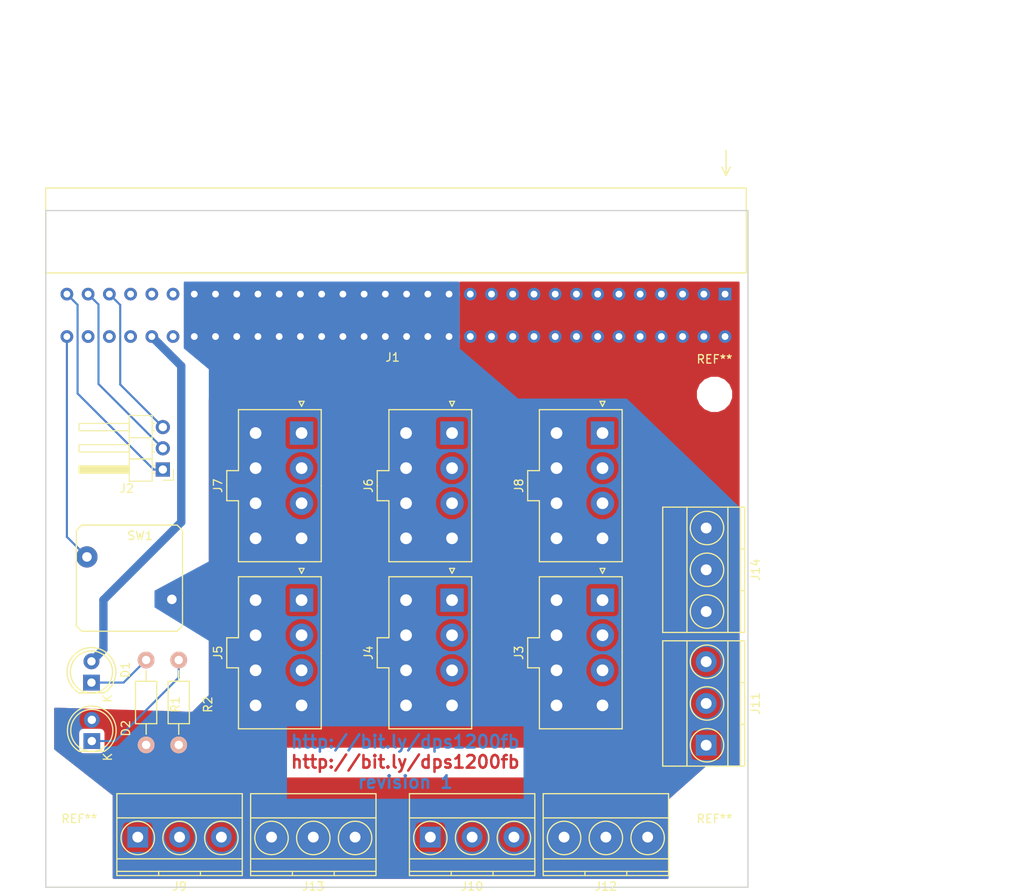
<source format=kicad_pcb>
(kicad_pcb (version 4) (host pcbnew 4.0.6)

  (general
    (links 127)
    (no_connects 0)
    (area 56.442857 45.3 182.85 152.275)
    (thickness 1.6)
    (drawings 8)
    (tracks 26)
    (zones 0)
    (modules 22)
    (nets 10)
  )

  (page A4)
  (layers
    (0 F.Cu signal)
    (31 B.Cu signal)
    (32 B.Adhes user)
    (33 F.Adhes user)
    (34 B.Paste user)
    (35 F.Paste user)
    (36 B.SilkS user)
    (37 F.SilkS user)
    (38 B.Mask user)
    (39 F.Mask user)
    (40 Dwgs.User user)
    (41 Cmts.User user)
    (42 Eco1.User user)
    (43 Eco2.User user)
    (44 Edge.Cuts user)
    (45 Margin user)
    (46 B.CrtYd user)
    (47 F.CrtYd user)
    (48 B.Fab user)
    (49 F.Fab user)
  )

  (setup
    (last_trace_width 0.25)
    (trace_clearance 0.2)
    (zone_clearance 0.508)
    (zone_45_only no)
    (trace_min 0.2)
    (segment_width 0.2)
    (edge_width 0.15)
    (via_size 0.6)
    (via_drill 0.4)
    (via_min_size 0.4)
    (via_min_drill 0.3)
    (uvia_size 0.3)
    (uvia_drill 0.1)
    (uvias_allowed no)
    (uvia_min_size 0.2)
    (uvia_min_drill 0.1)
    (pcb_text_width 0.3)
    (pcb_text_size 1.5 1.5)
    (mod_edge_width 0.15)
    (mod_text_size 1 1)
    (mod_text_width 0.15)
    (pad_size 1.524 1.524)
    (pad_drill 0.762)
    (pad_to_mask_clearance 0.2)
    (aux_axis_origin 0 0)
    (visible_elements FFFFFF7F)
    (pcbplotparams
      (layerselection 0x3ffff_80000001)
      (usegerberextensions false)
      (excludeedgelayer true)
      (linewidth 0.100000)
      (plotframeref false)
      (viasonmask false)
      (mode 1)
      (useauxorigin false)
      (hpglpennumber 1)
      (hpglpenspeed 20)
      (hpglpendiameter 15)
      (hpglpenoverlay 2)
      (psnegative false)
      (psa4output false)
      (plotreference true)
      (plotvalue true)
      (plotinvisibletext false)
      (padsonsilk false)
      (subtractmaskfromsilk false)
      (outputformat 1)
      (mirror false)
      (drillshape 0)
      (scaleselection 1)
      (outputdirectory gerbers))
  )

  (net 0 "")
  (net 1 "Net-(D1-Pad1)")
  (net 2 12VSB)
  (net 3 "Net-(D2-Pad1)")
  (net 4 12V)
  (net 5 RTN)
  (net 6 GND)
  (net 7 SDA)
  (net 8 SCL)
  (net 9 PSON)

  (net_class Default "This is the default net class."
    (clearance 0.2)
    (trace_width 0.25)
    (via_dia 0.6)
    (via_drill 0.4)
    (uvia_dia 0.3)
    (uvia_drill 0.1)
    (add_net GND)
    (add_net "Net-(D1-Pad1)")
    (add_net "Net-(D2-Pad1)")
    (add_net PSON)
    (add_net SCL)
    (add_net SDA)
  )

  (net_class High_Power ""
    (clearance 0.2)
    (trace_width 2.5)
    (via_dia 0.6)
    (via_drill 0.4)
    (uvia_dia 0.3)
    (uvia_drill 0.1)
    (add_net 12V)
    (add_net RTN)
  )

  (net_class Low_Power ""
    (clearance 0.2)
    (trace_width 1)
    (via_dia 0.6)
    (via_drill 0.4)
    (uvia_dia 0.3)
    (uvia_drill 0.1)
    (add_net 12VSB)
  )

  (module Connectors_Molex:Molex_MiniFit-JR-5556-08A_2x04x4.20mm_Straight (layer F.Cu) (tedit 57528BFB) (tstamp 594AA919)
    (at 92.596611 96.632731 270)
    (descr "Molex Mini-Fit JR, PN:5556-08A, dual row, top entry type, through hole")
    (tags "connector molex mini-fit 5556")
    (path /59480E4B)
    (fp_text reference J7 (at 6.3 10 270) (layer F.SilkS)
      (effects (font (size 1 1) (thickness 0.15)))
    )
    (fp_text value PEG (at 6.3 -4 270) (layer F.Fab)
      (effects (font (size 1 1) (thickness 0.15)))
    )
    (fp_line (start -2.7 -2.25) (end -2.7 7.45) (layer F.Fab) (width 0.05))
    (fp_line (start -2.7 7.45) (end 15.3 7.45) (layer F.Fab) (width 0.05))
    (fp_line (start 15.3 7.45) (end 15.3 -2.25) (layer F.Fab) (width 0.05))
    (fp_line (start 15.3 -2.25) (end -2.7 -2.25) (layer F.Fab) (width 0.05))
    (fp_line (start 4.6 7.45) (end 4.6 8.85) (layer F.Fab) (width 0.05))
    (fp_line (start 4.6 8.85) (end 8 8.85) (layer F.Fab) (width 0.05))
    (fp_line (start 8 8.85) (end 8 7.45) (layer F.Fab) (width 0.05))
    (fp_line (start -1.75 -1.75) (end -1.75 1.75) (layer F.Fab) (width 0.05))
    (fp_line (start -1.75 1.75) (end 1.75 1.75) (layer F.Fab) (width 0.05))
    (fp_line (start 1.75 1.75) (end 1.75 -1.75) (layer F.Fab) (width 0.05))
    (fp_line (start 1.75 -1.75) (end -1.75 -1.75) (layer F.Fab) (width 0.05))
    (fp_line (start -1.75 7.25) (end -1.75 4.625) (layer F.Fab) (width 0.05))
    (fp_line (start -1.75 4.625) (end -0.875 3.75) (layer F.Fab) (width 0.05))
    (fp_line (start -0.875 3.75) (end 0.875 3.75) (layer F.Fab) (width 0.05))
    (fp_line (start 0.875 3.75) (end 1.75 4.625) (layer F.Fab) (width 0.05))
    (fp_line (start 1.75 4.625) (end 1.75 7.25) (layer F.Fab) (width 0.05))
    (fp_line (start 1.75 7.25) (end -1.75 7.25) (layer F.Fab) (width 0.05))
    (fp_line (start 2.45 3.75) (end 2.45 7.25) (layer F.Fab) (width 0.05))
    (fp_line (start 2.45 7.25) (end 5.95 7.25) (layer F.Fab) (width 0.05))
    (fp_line (start 5.95 7.25) (end 5.95 3.75) (layer F.Fab) (width 0.05))
    (fp_line (start 5.95 3.75) (end 2.45 3.75) (layer F.Fab) (width 0.05))
    (fp_line (start 2.45 1.75) (end 2.45 -0.875) (layer F.Fab) (width 0.05))
    (fp_line (start 2.45 -0.875) (end 3.325 -1.75) (layer F.Fab) (width 0.05))
    (fp_line (start 3.325 -1.75) (end 5.075 -1.75) (layer F.Fab) (width 0.05))
    (fp_line (start 5.075 -1.75) (end 5.95 -0.875) (layer F.Fab) (width 0.05))
    (fp_line (start 5.95 -0.875) (end 5.95 1.75) (layer F.Fab) (width 0.05))
    (fp_line (start 5.95 1.75) (end 2.45 1.75) (layer F.Fab) (width 0.05))
    (fp_line (start 6.65 3.75) (end 6.65 7.25) (layer F.Fab) (width 0.05))
    (fp_line (start 6.65 7.25) (end 10.15 7.25) (layer F.Fab) (width 0.05))
    (fp_line (start 10.15 7.25) (end 10.15 3.75) (layer F.Fab) (width 0.05))
    (fp_line (start 10.15 3.75) (end 6.65 3.75) (layer F.Fab) (width 0.05))
    (fp_line (start 6.65 1.75) (end 6.65 -0.875) (layer F.Fab) (width 0.05))
    (fp_line (start 6.65 -0.875) (end 7.525 -1.75) (layer F.Fab) (width 0.05))
    (fp_line (start 7.525 -1.75) (end 9.275 -1.75) (layer F.Fab) (width 0.05))
    (fp_line (start 9.275 -1.75) (end 10.15 -0.875) (layer F.Fab) (width 0.05))
    (fp_line (start 10.15 -0.875) (end 10.15 1.75) (layer F.Fab) (width 0.05))
    (fp_line (start 10.15 1.75) (end 6.65 1.75) (layer F.Fab) (width 0.05))
    (fp_line (start 10.85 -1.75) (end 10.85 1.75) (layer F.Fab) (width 0.05))
    (fp_line (start 10.85 1.75) (end 14.35 1.75) (layer F.Fab) (width 0.05))
    (fp_line (start 14.35 1.75) (end 14.35 -1.75) (layer F.Fab) (width 0.05))
    (fp_line (start 14.35 -1.75) (end 10.85 -1.75) (layer F.Fab) (width 0.05))
    (fp_line (start 10.85 7.25) (end 10.85 4.625) (layer F.Fab) (width 0.05))
    (fp_line (start 10.85 4.625) (end 11.725 3.75) (layer F.Fab) (width 0.05))
    (fp_line (start 11.725 3.75) (end 13.475 3.75) (layer F.Fab) (width 0.05))
    (fp_line (start 13.475 3.75) (end 14.35 4.625) (layer F.Fab) (width 0.05))
    (fp_line (start 14.35 4.625) (end 14.35 7.25) (layer F.Fab) (width 0.05))
    (fp_line (start 14.35 7.25) (end 10.85 7.25) (layer F.Fab) (width 0.05))
    (fp_line (start 6.3 -2.35) (end -2.8 -2.35) (layer F.SilkS) (width 0.15))
    (fp_line (start -2.8 -2.35) (end -2.8 7.55) (layer F.SilkS) (width 0.15))
    (fp_line (start -2.8 7.55) (end 4.5 7.55) (layer F.SilkS) (width 0.15))
    (fp_line (start 4.5 7.55) (end 4.5 8.95) (layer F.SilkS) (width 0.15))
    (fp_line (start 4.5 8.95) (end 6.3 8.95) (layer F.SilkS) (width 0.15))
    (fp_line (start 6.3 -2.35) (end 15.4 -2.35) (layer F.SilkS) (width 0.15))
    (fp_line (start 15.4 -2.35) (end 15.4 7.55) (layer F.SilkS) (width 0.15))
    (fp_line (start 15.4 7.55) (end 8.1 7.55) (layer F.SilkS) (width 0.15))
    (fp_line (start 8.1 7.55) (end 8.1 8.95) (layer F.SilkS) (width 0.15))
    (fp_line (start 8.1 8.95) (end 6.3 8.95) (layer F.SilkS) (width 0.15))
    (fp_line (start -3.2 0) (end -3.8 0.3) (layer F.SilkS) (width 0.15))
    (fp_line (start -3.8 0.3) (end -3.8 -0.3) (layer F.SilkS) (width 0.15))
    (fp_line (start -3.8 -0.3) (end -3.2 0) (layer F.SilkS) (width 0.15))
    (fp_line (start -3.15 -2.75) (end -3.15 9.3) (layer F.CrtYd) (width 0.05))
    (fp_line (start -3.15 9.3) (end 15.8 9.3) (layer F.CrtYd) (width 0.05))
    (fp_line (start 15.8 9.3) (end 15.8 -2.75) (layer F.CrtYd) (width 0.05))
    (fp_line (start 15.8 -2.75) (end -3.15 -2.75) (layer F.CrtYd) (width 0.05))
    (pad 1 thru_hole rect (at 0 0 270) (size 2.8 2.8) (drill 1.4) (layers *.Cu *.Mask)
      (net 4 12V))
    (pad 2 thru_hole circle (at 4.2 0 270) (size 2.8 2.8) (drill 1.4) (layers *.Cu *.Mask)
      (net 4 12V))
    (pad 3 thru_hole circle (at 8.4 0 270) (size 2.8 2.8) (drill 1.4) (layers *.Cu *.Mask)
      (net 4 12V))
    (pad 4 thru_hole circle (at 12.6 0 270) (size 2.8 2.8) (drill 1.4) (layers *.Cu *.Mask)
      (net 5 RTN))
    (pad 5 thru_hole circle (at 0 5.5 270) (size 2.8 2.8) (drill 1.4) (layers *.Cu *.Mask)
      (net 5 RTN))
    (pad 6 thru_hole circle (at 4.2 5.5 270) (size 2.8 2.8) (drill 1.4) (layers *.Cu *.Mask)
      (net 5 RTN))
    (pad 7 thru_hole circle (at 8.4 5.5 270) (size 2.8 2.8) (drill 1.4) (layers *.Cu *.Mask)
      (net 5 RTN))
    (pad 8 thru_hole circle (at 12.6 5.5 270) (size 2.8 2.8) (drill 1.4) (layers *.Cu *.Mask)
      (net 5 RTN))
    (model Connectors_Molex.3dshapes/Molex_MiniFit-JR-5556-08A_2x04x4.20mm_Straight.wrl
      (at (xyz 0 0 0))
      (scale (xyz 1 1 1))
      (rotate (xyz 0 0 0))
    )
  )

  (module Connectors_Molex:Molex_MiniFit-JR-5556-08A_2x04x4.20mm_Straight (layer F.Cu) (tedit 57528BFB) (tstamp 594AA90D)
    (at 110.596611 96.632731 270)
    (descr "Molex Mini-Fit JR, PN:5556-08A, dual row, top entry type, through hole")
    (tags "connector molex mini-fit 5556")
    (path /59480EDD)
    (fp_text reference J6 (at 6.3 10 270) (layer F.SilkS)
      (effects (font (size 1 1) (thickness 0.15)))
    )
    (fp_text value PEG (at 6.3 -4 270) (layer F.Fab)
      (effects (font (size 1 1) (thickness 0.15)))
    )
    (fp_line (start -2.7 -2.25) (end -2.7 7.45) (layer F.Fab) (width 0.05))
    (fp_line (start -2.7 7.45) (end 15.3 7.45) (layer F.Fab) (width 0.05))
    (fp_line (start 15.3 7.45) (end 15.3 -2.25) (layer F.Fab) (width 0.05))
    (fp_line (start 15.3 -2.25) (end -2.7 -2.25) (layer F.Fab) (width 0.05))
    (fp_line (start 4.6 7.45) (end 4.6 8.85) (layer F.Fab) (width 0.05))
    (fp_line (start 4.6 8.85) (end 8 8.85) (layer F.Fab) (width 0.05))
    (fp_line (start 8 8.85) (end 8 7.45) (layer F.Fab) (width 0.05))
    (fp_line (start -1.75 -1.75) (end -1.75 1.75) (layer F.Fab) (width 0.05))
    (fp_line (start -1.75 1.75) (end 1.75 1.75) (layer F.Fab) (width 0.05))
    (fp_line (start 1.75 1.75) (end 1.75 -1.75) (layer F.Fab) (width 0.05))
    (fp_line (start 1.75 -1.75) (end -1.75 -1.75) (layer F.Fab) (width 0.05))
    (fp_line (start -1.75 7.25) (end -1.75 4.625) (layer F.Fab) (width 0.05))
    (fp_line (start -1.75 4.625) (end -0.875 3.75) (layer F.Fab) (width 0.05))
    (fp_line (start -0.875 3.75) (end 0.875 3.75) (layer F.Fab) (width 0.05))
    (fp_line (start 0.875 3.75) (end 1.75 4.625) (layer F.Fab) (width 0.05))
    (fp_line (start 1.75 4.625) (end 1.75 7.25) (layer F.Fab) (width 0.05))
    (fp_line (start 1.75 7.25) (end -1.75 7.25) (layer F.Fab) (width 0.05))
    (fp_line (start 2.45 3.75) (end 2.45 7.25) (layer F.Fab) (width 0.05))
    (fp_line (start 2.45 7.25) (end 5.95 7.25) (layer F.Fab) (width 0.05))
    (fp_line (start 5.95 7.25) (end 5.95 3.75) (layer F.Fab) (width 0.05))
    (fp_line (start 5.95 3.75) (end 2.45 3.75) (layer F.Fab) (width 0.05))
    (fp_line (start 2.45 1.75) (end 2.45 -0.875) (layer F.Fab) (width 0.05))
    (fp_line (start 2.45 -0.875) (end 3.325 -1.75) (layer F.Fab) (width 0.05))
    (fp_line (start 3.325 -1.75) (end 5.075 -1.75) (layer F.Fab) (width 0.05))
    (fp_line (start 5.075 -1.75) (end 5.95 -0.875) (layer F.Fab) (width 0.05))
    (fp_line (start 5.95 -0.875) (end 5.95 1.75) (layer F.Fab) (width 0.05))
    (fp_line (start 5.95 1.75) (end 2.45 1.75) (layer F.Fab) (width 0.05))
    (fp_line (start 6.65 3.75) (end 6.65 7.25) (layer F.Fab) (width 0.05))
    (fp_line (start 6.65 7.25) (end 10.15 7.25) (layer F.Fab) (width 0.05))
    (fp_line (start 10.15 7.25) (end 10.15 3.75) (layer F.Fab) (width 0.05))
    (fp_line (start 10.15 3.75) (end 6.65 3.75) (layer F.Fab) (width 0.05))
    (fp_line (start 6.65 1.75) (end 6.65 -0.875) (layer F.Fab) (width 0.05))
    (fp_line (start 6.65 -0.875) (end 7.525 -1.75) (layer F.Fab) (width 0.05))
    (fp_line (start 7.525 -1.75) (end 9.275 -1.75) (layer F.Fab) (width 0.05))
    (fp_line (start 9.275 -1.75) (end 10.15 -0.875) (layer F.Fab) (width 0.05))
    (fp_line (start 10.15 -0.875) (end 10.15 1.75) (layer F.Fab) (width 0.05))
    (fp_line (start 10.15 1.75) (end 6.65 1.75) (layer F.Fab) (width 0.05))
    (fp_line (start 10.85 -1.75) (end 10.85 1.75) (layer F.Fab) (width 0.05))
    (fp_line (start 10.85 1.75) (end 14.35 1.75) (layer F.Fab) (width 0.05))
    (fp_line (start 14.35 1.75) (end 14.35 -1.75) (layer F.Fab) (width 0.05))
    (fp_line (start 14.35 -1.75) (end 10.85 -1.75) (layer F.Fab) (width 0.05))
    (fp_line (start 10.85 7.25) (end 10.85 4.625) (layer F.Fab) (width 0.05))
    (fp_line (start 10.85 4.625) (end 11.725 3.75) (layer F.Fab) (width 0.05))
    (fp_line (start 11.725 3.75) (end 13.475 3.75) (layer F.Fab) (width 0.05))
    (fp_line (start 13.475 3.75) (end 14.35 4.625) (layer F.Fab) (width 0.05))
    (fp_line (start 14.35 4.625) (end 14.35 7.25) (layer F.Fab) (width 0.05))
    (fp_line (start 14.35 7.25) (end 10.85 7.25) (layer F.Fab) (width 0.05))
    (fp_line (start 6.3 -2.35) (end -2.8 -2.35) (layer F.SilkS) (width 0.15))
    (fp_line (start -2.8 -2.35) (end -2.8 7.55) (layer F.SilkS) (width 0.15))
    (fp_line (start -2.8 7.55) (end 4.5 7.55) (layer F.SilkS) (width 0.15))
    (fp_line (start 4.5 7.55) (end 4.5 8.95) (layer F.SilkS) (width 0.15))
    (fp_line (start 4.5 8.95) (end 6.3 8.95) (layer F.SilkS) (width 0.15))
    (fp_line (start 6.3 -2.35) (end 15.4 -2.35) (layer F.SilkS) (width 0.15))
    (fp_line (start 15.4 -2.35) (end 15.4 7.55) (layer F.SilkS) (width 0.15))
    (fp_line (start 15.4 7.55) (end 8.1 7.55) (layer F.SilkS) (width 0.15))
    (fp_line (start 8.1 7.55) (end 8.1 8.95) (layer F.SilkS) (width 0.15))
    (fp_line (start 8.1 8.95) (end 6.3 8.95) (layer F.SilkS) (width 0.15))
    (fp_line (start -3.2 0) (end -3.8 0.3) (layer F.SilkS) (width 0.15))
    (fp_line (start -3.8 0.3) (end -3.8 -0.3) (layer F.SilkS) (width 0.15))
    (fp_line (start -3.8 -0.3) (end -3.2 0) (layer F.SilkS) (width 0.15))
    (fp_line (start -3.15 -2.75) (end -3.15 9.3) (layer F.CrtYd) (width 0.05))
    (fp_line (start -3.15 9.3) (end 15.8 9.3) (layer F.CrtYd) (width 0.05))
    (fp_line (start 15.8 9.3) (end 15.8 -2.75) (layer F.CrtYd) (width 0.05))
    (fp_line (start 15.8 -2.75) (end -3.15 -2.75) (layer F.CrtYd) (width 0.05))
    (pad 1 thru_hole rect (at 0 0 270) (size 2.8 2.8) (drill 1.4) (layers *.Cu *.Mask)
      (net 4 12V))
    (pad 2 thru_hole circle (at 4.2 0 270) (size 2.8 2.8) (drill 1.4) (layers *.Cu *.Mask)
      (net 4 12V))
    (pad 3 thru_hole circle (at 8.4 0 270) (size 2.8 2.8) (drill 1.4) (layers *.Cu *.Mask)
      (net 4 12V))
    (pad 4 thru_hole circle (at 12.6 0 270) (size 2.8 2.8) (drill 1.4) (layers *.Cu *.Mask)
      (net 5 RTN))
    (pad 5 thru_hole circle (at 0 5.5 270) (size 2.8 2.8) (drill 1.4) (layers *.Cu *.Mask)
      (net 5 RTN))
    (pad 6 thru_hole circle (at 4.2 5.5 270) (size 2.8 2.8) (drill 1.4) (layers *.Cu *.Mask)
      (net 5 RTN))
    (pad 7 thru_hole circle (at 8.4 5.5 270) (size 2.8 2.8) (drill 1.4) (layers *.Cu *.Mask)
      (net 5 RTN))
    (pad 8 thru_hole circle (at 12.6 5.5 270) (size 2.8 2.8) (drill 1.4) (layers *.Cu *.Mask)
      (net 5 RTN))
    (model Connectors_Molex.3dshapes/Molex_MiniFit-JR-5556-08A_2x04x4.20mm_Straight.wrl
      (at (xyz 0 0 0))
      (scale (xyz 1 1 1))
      (rotate (xyz 0 0 0))
    )
  )

  (module Connectors_Molex:Molex_MiniFit-JR-5556-08A_2x04x4.20mm_Straight (layer F.Cu) (tedit 57528BFB) (tstamp 594AA925)
    (at 128.596611 96.632731 270)
    (descr "Molex Mini-Fit JR, PN:5556-08A, dual row, top entry type, through hole")
    (tags "connector molex mini-fit 5556")
    (path /59480F29)
    (fp_text reference J8 (at 6.3 10 270) (layer F.SilkS)
      (effects (font (size 1 1) (thickness 0.15)))
    )
    (fp_text value PEG (at 6.3 -4 270) (layer F.Fab)
      (effects (font (size 1 1) (thickness 0.15)))
    )
    (fp_line (start -2.7 -2.25) (end -2.7 7.45) (layer F.Fab) (width 0.05))
    (fp_line (start -2.7 7.45) (end 15.3 7.45) (layer F.Fab) (width 0.05))
    (fp_line (start 15.3 7.45) (end 15.3 -2.25) (layer F.Fab) (width 0.05))
    (fp_line (start 15.3 -2.25) (end -2.7 -2.25) (layer F.Fab) (width 0.05))
    (fp_line (start 4.6 7.45) (end 4.6 8.85) (layer F.Fab) (width 0.05))
    (fp_line (start 4.6 8.85) (end 8 8.85) (layer F.Fab) (width 0.05))
    (fp_line (start 8 8.85) (end 8 7.45) (layer F.Fab) (width 0.05))
    (fp_line (start -1.75 -1.75) (end -1.75 1.75) (layer F.Fab) (width 0.05))
    (fp_line (start -1.75 1.75) (end 1.75 1.75) (layer F.Fab) (width 0.05))
    (fp_line (start 1.75 1.75) (end 1.75 -1.75) (layer F.Fab) (width 0.05))
    (fp_line (start 1.75 -1.75) (end -1.75 -1.75) (layer F.Fab) (width 0.05))
    (fp_line (start -1.75 7.25) (end -1.75 4.625) (layer F.Fab) (width 0.05))
    (fp_line (start -1.75 4.625) (end -0.875 3.75) (layer F.Fab) (width 0.05))
    (fp_line (start -0.875 3.75) (end 0.875 3.75) (layer F.Fab) (width 0.05))
    (fp_line (start 0.875 3.75) (end 1.75 4.625) (layer F.Fab) (width 0.05))
    (fp_line (start 1.75 4.625) (end 1.75 7.25) (layer F.Fab) (width 0.05))
    (fp_line (start 1.75 7.25) (end -1.75 7.25) (layer F.Fab) (width 0.05))
    (fp_line (start 2.45 3.75) (end 2.45 7.25) (layer F.Fab) (width 0.05))
    (fp_line (start 2.45 7.25) (end 5.95 7.25) (layer F.Fab) (width 0.05))
    (fp_line (start 5.95 7.25) (end 5.95 3.75) (layer F.Fab) (width 0.05))
    (fp_line (start 5.95 3.75) (end 2.45 3.75) (layer F.Fab) (width 0.05))
    (fp_line (start 2.45 1.75) (end 2.45 -0.875) (layer F.Fab) (width 0.05))
    (fp_line (start 2.45 -0.875) (end 3.325 -1.75) (layer F.Fab) (width 0.05))
    (fp_line (start 3.325 -1.75) (end 5.075 -1.75) (layer F.Fab) (width 0.05))
    (fp_line (start 5.075 -1.75) (end 5.95 -0.875) (layer F.Fab) (width 0.05))
    (fp_line (start 5.95 -0.875) (end 5.95 1.75) (layer F.Fab) (width 0.05))
    (fp_line (start 5.95 1.75) (end 2.45 1.75) (layer F.Fab) (width 0.05))
    (fp_line (start 6.65 3.75) (end 6.65 7.25) (layer F.Fab) (width 0.05))
    (fp_line (start 6.65 7.25) (end 10.15 7.25) (layer F.Fab) (width 0.05))
    (fp_line (start 10.15 7.25) (end 10.15 3.75) (layer F.Fab) (width 0.05))
    (fp_line (start 10.15 3.75) (end 6.65 3.75) (layer F.Fab) (width 0.05))
    (fp_line (start 6.65 1.75) (end 6.65 -0.875) (layer F.Fab) (width 0.05))
    (fp_line (start 6.65 -0.875) (end 7.525 -1.75) (layer F.Fab) (width 0.05))
    (fp_line (start 7.525 -1.75) (end 9.275 -1.75) (layer F.Fab) (width 0.05))
    (fp_line (start 9.275 -1.75) (end 10.15 -0.875) (layer F.Fab) (width 0.05))
    (fp_line (start 10.15 -0.875) (end 10.15 1.75) (layer F.Fab) (width 0.05))
    (fp_line (start 10.15 1.75) (end 6.65 1.75) (layer F.Fab) (width 0.05))
    (fp_line (start 10.85 -1.75) (end 10.85 1.75) (layer F.Fab) (width 0.05))
    (fp_line (start 10.85 1.75) (end 14.35 1.75) (layer F.Fab) (width 0.05))
    (fp_line (start 14.35 1.75) (end 14.35 -1.75) (layer F.Fab) (width 0.05))
    (fp_line (start 14.35 -1.75) (end 10.85 -1.75) (layer F.Fab) (width 0.05))
    (fp_line (start 10.85 7.25) (end 10.85 4.625) (layer F.Fab) (width 0.05))
    (fp_line (start 10.85 4.625) (end 11.725 3.75) (layer F.Fab) (width 0.05))
    (fp_line (start 11.725 3.75) (end 13.475 3.75) (layer F.Fab) (width 0.05))
    (fp_line (start 13.475 3.75) (end 14.35 4.625) (layer F.Fab) (width 0.05))
    (fp_line (start 14.35 4.625) (end 14.35 7.25) (layer F.Fab) (width 0.05))
    (fp_line (start 14.35 7.25) (end 10.85 7.25) (layer F.Fab) (width 0.05))
    (fp_line (start 6.3 -2.35) (end -2.8 -2.35) (layer F.SilkS) (width 0.15))
    (fp_line (start -2.8 -2.35) (end -2.8 7.55) (layer F.SilkS) (width 0.15))
    (fp_line (start -2.8 7.55) (end 4.5 7.55) (layer F.SilkS) (width 0.15))
    (fp_line (start 4.5 7.55) (end 4.5 8.95) (layer F.SilkS) (width 0.15))
    (fp_line (start 4.5 8.95) (end 6.3 8.95) (layer F.SilkS) (width 0.15))
    (fp_line (start 6.3 -2.35) (end 15.4 -2.35) (layer F.SilkS) (width 0.15))
    (fp_line (start 15.4 -2.35) (end 15.4 7.55) (layer F.SilkS) (width 0.15))
    (fp_line (start 15.4 7.55) (end 8.1 7.55) (layer F.SilkS) (width 0.15))
    (fp_line (start 8.1 7.55) (end 8.1 8.95) (layer F.SilkS) (width 0.15))
    (fp_line (start 8.1 8.95) (end 6.3 8.95) (layer F.SilkS) (width 0.15))
    (fp_line (start -3.2 0) (end -3.8 0.3) (layer F.SilkS) (width 0.15))
    (fp_line (start -3.8 0.3) (end -3.8 -0.3) (layer F.SilkS) (width 0.15))
    (fp_line (start -3.8 -0.3) (end -3.2 0) (layer F.SilkS) (width 0.15))
    (fp_line (start -3.15 -2.75) (end -3.15 9.3) (layer F.CrtYd) (width 0.05))
    (fp_line (start -3.15 9.3) (end 15.8 9.3) (layer F.CrtYd) (width 0.05))
    (fp_line (start 15.8 9.3) (end 15.8 -2.75) (layer F.CrtYd) (width 0.05))
    (fp_line (start 15.8 -2.75) (end -3.15 -2.75) (layer F.CrtYd) (width 0.05))
    (pad 1 thru_hole rect (at 0 0 270) (size 2.8 2.8) (drill 1.4) (layers *.Cu *.Mask)
      (net 4 12V))
    (pad 2 thru_hole circle (at 4.2 0 270) (size 2.8 2.8) (drill 1.4) (layers *.Cu *.Mask)
      (net 4 12V))
    (pad 3 thru_hole circle (at 8.4 0 270) (size 2.8 2.8) (drill 1.4) (layers *.Cu *.Mask)
      (net 4 12V))
    (pad 4 thru_hole circle (at 12.6 0 270) (size 2.8 2.8) (drill 1.4) (layers *.Cu *.Mask)
      (net 5 RTN))
    (pad 5 thru_hole circle (at 0 5.5 270) (size 2.8 2.8) (drill 1.4) (layers *.Cu *.Mask)
      (net 5 RTN))
    (pad 6 thru_hole circle (at 4.2 5.5 270) (size 2.8 2.8) (drill 1.4) (layers *.Cu *.Mask)
      (net 5 RTN))
    (pad 7 thru_hole circle (at 8.4 5.5 270) (size 2.8 2.8) (drill 1.4) (layers *.Cu *.Mask)
      (net 5 RTN))
    (pad 8 thru_hole circle (at 12.6 5.5 270) (size 2.8 2.8) (drill 1.4) (layers *.Cu *.Mask)
      (net 5 RTN))
    (model Connectors_Molex.3dshapes/Molex_MiniFit-JR-5556-08A_2x04x4.20mm_Straight.wrl
      (at (xyz 0 0 0))
      (scale (xyz 1 1 1))
      (rotate (xyz 0 0 0))
    )
  )

  (module Connectors_Molex:Molex_MiniFit-JR-5556-08A_2x04x4.20mm_Straight (layer F.Cu) (tedit 57528BFB) (tstamp 594AA901)
    (at 92.596611 116.632731 270)
    (descr "Molex Mini-Fit JR, PN:5556-08A, dual row, top entry type, through hole")
    (tags "connector molex mini-fit 5556")
    (path /59480E0B)
    (fp_text reference J5 (at 6.3 10 270) (layer F.SilkS)
      (effects (font (size 1 1) (thickness 0.15)))
    )
    (fp_text value PEG (at 6.3 -4 270) (layer F.Fab)
      (effects (font (size 1 1) (thickness 0.15)))
    )
    (fp_line (start -2.7 -2.25) (end -2.7 7.45) (layer F.Fab) (width 0.05))
    (fp_line (start -2.7 7.45) (end 15.3 7.45) (layer F.Fab) (width 0.05))
    (fp_line (start 15.3 7.45) (end 15.3 -2.25) (layer F.Fab) (width 0.05))
    (fp_line (start 15.3 -2.25) (end -2.7 -2.25) (layer F.Fab) (width 0.05))
    (fp_line (start 4.6 7.45) (end 4.6 8.85) (layer F.Fab) (width 0.05))
    (fp_line (start 4.6 8.85) (end 8 8.85) (layer F.Fab) (width 0.05))
    (fp_line (start 8 8.85) (end 8 7.45) (layer F.Fab) (width 0.05))
    (fp_line (start -1.75 -1.75) (end -1.75 1.75) (layer F.Fab) (width 0.05))
    (fp_line (start -1.75 1.75) (end 1.75 1.75) (layer F.Fab) (width 0.05))
    (fp_line (start 1.75 1.75) (end 1.75 -1.75) (layer F.Fab) (width 0.05))
    (fp_line (start 1.75 -1.75) (end -1.75 -1.75) (layer F.Fab) (width 0.05))
    (fp_line (start -1.75 7.25) (end -1.75 4.625) (layer F.Fab) (width 0.05))
    (fp_line (start -1.75 4.625) (end -0.875 3.75) (layer F.Fab) (width 0.05))
    (fp_line (start -0.875 3.75) (end 0.875 3.75) (layer F.Fab) (width 0.05))
    (fp_line (start 0.875 3.75) (end 1.75 4.625) (layer F.Fab) (width 0.05))
    (fp_line (start 1.75 4.625) (end 1.75 7.25) (layer F.Fab) (width 0.05))
    (fp_line (start 1.75 7.25) (end -1.75 7.25) (layer F.Fab) (width 0.05))
    (fp_line (start 2.45 3.75) (end 2.45 7.25) (layer F.Fab) (width 0.05))
    (fp_line (start 2.45 7.25) (end 5.95 7.25) (layer F.Fab) (width 0.05))
    (fp_line (start 5.95 7.25) (end 5.95 3.75) (layer F.Fab) (width 0.05))
    (fp_line (start 5.95 3.75) (end 2.45 3.75) (layer F.Fab) (width 0.05))
    (fp_line (start 2.45 1.75) (end 2.45 -0.875) (layer F.Fab) (width 0.05))
    (fp_line (start 2.45 -0.875) (end 3.325 -1.75) (layer F.Fab) (width 0.05))
    (fp_line (start 3.325 -1.75) (end 5.075 -1.75) (layer F.Fab) (width 0.05))
    (fp_line (start 5.075 -1.75) (end 5.95 -0.875) (layer F.Fab) (width 0.05))
    (fp_line (start 5.95 -0.875) (end 5.95 1.75) (layer F.Fab) (width 0.05))
    (fp_line (start 5.95 1.75) (end 2.45 1.75) (layer F.Fab) (width 0.05))
    (fp_line (start 6.65 3.75) (end 6.65 7.25) (layer F.Fab) (width 0.05))
    (fp_line (start 6.65 7.25) (end 10.15 7.25) (layer F.Fab) (width 0.05))
    (fp_line (start 10.15 7.25) (end 10.15 3.75) (layer F.Fab) (width 0.05))
    (fp_line (start 10.15 3.75) (end 6.65 3.75) (layer F.Fab) (width 0.05))
    (fp_line (start 6.65 1.75) (end 6.65 -0.875) (layer F.Fab) (width 0.05))
    (fp_line (start 6.65 -0.875) (end 7.525 -1.75) (layer F.Fab) (width 0.05))
    (fp_line (start 7.525 -1.75) (end 9.275 -1.75) (layer F.Fab) (width 0.05))
    (fp_line (start 9.275 -1.75) (end 10.15 -0.875) (layer F.Fab) (width 0.05))
    (fp_line (start 10.15 -0.875) (end 10.15 1.75) (layer F.Fab) (width 0.05))
    (fp_line (start 10.15 1.75) (end 6.65 1.75) (layer F.Fab) (width 0.05))
    (fp_line (start 10.85 -1.75) (end 10.85 1.75) (layer F.Fab) (width 0.05))
    (fp_line (start 10.85 1.75) (end 14.35 1.75) (layer F.Fab) (width 0.05))
    (fp_line (start 14.35 1.75) (end 14.35 -1.75) (layer F.Fab) (width 0.05))
    (fp_line (start 14.35 -1.75) (end 10.85 -1.75) (layer F.Fab) (width 0.05))
    (fp_line (start 10.85 7.25) (end 10.85 4.625) (layer F.Fab) (width 0.05))
    (fp_line (start 10.85 4.625) (end 11.725 3.75) (layer F.Fab) (width 0.05))
    (fp_line (start 11.725 3.75) (end 13.475 3.75) (layer F.Fab) (width 0.05))
    (fp_line (start 13.475 3.75) (end 14.35 4.625) (layer F.Fab) (width 0.05))
    (fp_line (start 14.35 4.625) (end 14.35 7.25) (layer F.Fab) (width 0.05))
    (fp_line (start 14.35 7.25) (end 10.85 7.25) (layer F.Fab) (width 0.05))
    (fp_line (start 6.3 -2.35) (end -2.8 -2.35) (layer F.SilkS) (width 0.15))
    (fp_line (start -2.8 -2.35) (end -2.8 7.55) (layer F.SilkS) (width 0.15))
    (fp_line (start -2.8 7.55) (end 4.5 7.55) (layer F.SilkS) (width 0.15))
    (fp_line (start 4.5 7.55) (end 4.5 8.95) (layer F.SilkS) (width 0.15))
    (fp_line (start 4.5 8.95) (end 6.3 8.95) (layer F.SilkS) (width 0.15))
    (fp_line (start 6.3 -2.35) (end 15.4 -2.35) (layer F.SilkS) (width 0.15))
    (fp_line (start 15.4 -2.35) (end 15.4 7.55) (layer F.SilkS) (width 0.15))
    (fp_line (start 15.4 7.55) (end 8.1 7.55) (layer F.SilkS) (width 0.15))
    (fp_line (start 8.1 7.55) (end 8.1 8.95) (layer F.SilkS) (width 0.15))
    (fp_line (start 8.1 8.95) (end 6.3 8.95) (layer F.SilkS) (width 0.15))
    (fp_line (start -3.2 0) (end -3.8 0.3) (layer F.SilkS) (width 0.15))
    (fp_line (start -3.8 0.3) (end -3.8 -0.3) (layer F.SilkS) (width 0.15))
    (fp_line (start -3.8 -0.3) (end -3.2 0) (layer F.SilkS) (width 0.15))
    (fp_line (start -3.15 -2.75) (end -3.15 9.3) (layer F.CrtYd) (width 0.05))
    (fp_line (start -3.15 9.3) (end 15.8 9.3) (layer F.CrtYd) (width 0.05))
    (fp_line (start 15.8 9.3) (end 15.8 -2.75) (layer F.CrtYd) (width 0.05))
    (fp_line (start 15.8 -2.75) (end -3.15 -2.75) (layer F.CrtYd) (width 0.05))
    (pad 1 thru_hole rect (at 0 0 270) (size 2.8 2.8) (drill 1.4) (layers *.Cu *.Mask)
      (net 4 12V))
    (pad 2 thru_hole circle (at 4.2 0 270) (size 2.8 2.8) (drill 1.4) (layers *.Cu *.Mask)
      (net 4 12V))
    (pad 3 thru_hole circle (at 8.4 0 270) (size 2.8 2.8) (drill 1.4) (layers *.Cu *.Mask)
      (net 4 12V))
    (pad 4 thru_hole circle (at 12.6 0 270) (size 2.8 2.8) (drill 1.4) (layers *.Cu *.Mask)
      (net 5 RTN))
    (pad 5 thru_hole circle (at 0 5.5 270) (size 2.8 2.8) (drill 1.4) (layers *.Cu *.Mask)
      (net 5 RTN))
    (pad 6 thru_hole circle (at 4.2 5.5 270) (size 2.8 2.8) (drill 1.4) (layers *.Cu *.Mask)
      (net 5 RTN))
    (pad 7 thru_hole circle (at 8.4 5.5 270) (size 2.8 2.8) (drill 1.4) (layers *.Cu *.Mask)
      (net 5 RTN))
    (pad 8 thru_hole circle (at 12.6 5.5 270) (size 2.8 2.8) (drill 1.4) (layers *.Cu *.Mask)
      (net 5 RTN))
    (model Connectors_Molex.3dshapes/Molex_MiniFit-JR-5556-08A_2x04x4.20mm_Straight.wrl
      (at (xyz 0 0 0))
      (scale (xyz 1 1 1))
      (rotate (xyz 0 0 0))
    )
  )

  (module Connectors_Molex:Molex_MiniFit-JR-5556-08A_2x04x4.20mm_Straight (layer F.Cu) (tedit 57528BFB) (tstamp 594AA8F5)
    (at 110.596611 116.632731 270)
    (descr "Molex Mini-Fit JR, PN:5556-08A, dual row, top entry type, through hole")
    (tags "connector molex mini-fit 5556")
    (path /59480E97)
    (fp_text reference J4 (at 6.3 10 270) (layer F.SilkS)
      (effects (font (size 1 1) (thickness 0.15)))
    )
    (fp_text value PEG (at 6.3 -4 270) (layer F.Fab)
      (effects (font (size 1 1) (thickness 0.15)))
    )
    (fp_line (start -2.7 -2.25) (end -2.7 7.45) (layer F.Fab) (width 0.05))
    (fp_line (start -2.7 7.45) (end 15.3 7.45) (layer F.Fab) (width 0.05))
    (fp_line (start 15.3 7.45) (end 15.3 -2.25) (layer F.Fab) (width 0.05))
    (fp_line (start 15.3 -2.25) (end -2.7 -2.25) (layer F.Fab) (width 0.05))
    (fp_line (start 4.6 7.45) (end 4.6 8.85) (layer F.Fab) (width 0.05))
    (fp_line (start 4.6 8.85) (end 8 8.85) (layer F.Fab) (width 0.05))
    (fp_line (start 8 8.85) (end 8 7.45) (layer F.Fab) (width 0.05))
    (fp_line (start -1.75 -1.75) (end -1.75 1.75) (layer F.Fab) (width 0.05))
    (fp_line (start -1.75 1.75) (end 1.75 1.75) (layer F.Fab) (width 0.05))
    (fp_line (start 1.75 1.75) (end 1.75 -1.75) (layer F.Fab) (width 0.05))
    (fp_line (start 1.75 -1.75) (end -1.75 -1.75) (layer F.Fab) (width 0.05))
    (fp_line (start -1.75 7.25) (end -1.75 4.625) (layer F.Fab) (width 0.05))
    (fp_line (start -1.75 4.625) (end -0.875 3.75) (layer F.Fab) (width 0.05))
    (fp_line (start -0.875 3.75) (end 0.875 3.75) (layer F.Fab) (width 0.05))
    (fp_line (start 0.875 3.75) (end 1.75 4.625) (layer F.Fab) (width 0.05))
    (fp_line (start 1.75 4.625) (end 1.75 7.25) (layer F.Fab) (width 0.05))
    (fp_line (start 1.75 7.25) (end -1.75 7.25) (layer F.Fab) (width 0.05))
    (fp_line (start 2.45 3.75) (end 2.45 7.25) (layer F.Fab) (width 0.05))
    (fp_line (start 2.45 7.25) (end 5.95 7.25) (layer F.Fab) (width 0.05))
    (fp_line (start 5.95 7.25) (end 5.95 3.75) (layer F.Fab) (width 0.05))
    (fp_line (start 5.95 3.75) (end 2.45 3.75) (layer F.Fab) (width 0.05))
    (fp_line (start 2.45 1.75) (end 2.45 -0.875) (layer F.Fab) (width 0.05))
    (fp_line (start 2.45 -0.875) (end 3.325 -1.75) (layer F.Fab) (width 0.05))
    (fp_line (start 3.325 -1.75) (end 5.075 -1.75) (layer F.Fab) (width 0.05))
    (fp_line (start 5.075 -1.75) (end 5.95 -0.875) (layer F.Fab) (width 0.05))
    (fp_line (start 5.95 -0.875) (end 5.95 1.75) (layer F.Fab) (width 0.05))
    (fp_line (start 5.95 1.75) (end 2.45 1.75) (layer F.Fab) (width 0.05))
    (fp_line (start 6.65 3.75) (end 6.65 7.25) (layer F.Fab) (width 0.05))
    (fp_line (start 6.65 7.25) (end 10.15 7.25) (layer F.Fab) (width 0.05))
    (fp_line (start 10.15 7.25) (end 10.15 3.75) (layer F.Fab) (width 0.05))
    (fp_line (start 10.15 3.75) (end 6.65 3.75) (layer F.Fab) (width 0.05))
    (fp_line (start 6.65 1.75) (end 6.65 -0.875) (layer F.Fab) (width 0.05))
    (fp_line (start 6.65 -0.875) (end 7.525 -1.75) (layer F.Fab) (width 0.05))
    (fp_line (start 7.525 -1.75) (end 9.275 -1.75) (layer F.Fab) (width 0.05))
    (fp_line (start 9.275 -1.75) (end 10.15 -0.875) (layer F.Fab) (width 0.05))
    (fp_line (start 10.15 -0.875) (end 10.15 1.75) (layer F.Fab) (width 0.05))
    (fp_line (start 10.15 1.75) (end 6.65 1.75) (layer F.Fab) (width 0.05))
    (fp_line (start 10.85 -1.75) (end 10.85 1.75) (layer F.Fab) (width 0.05))
    (fp_line (start 10.85 1.75) (end 14.35 1.75) (layer F.Fab) (width 0.05))
    (fp_line (start 14.35 1.75) (end 14.35 -1.75) (layer F.Fab) (width 0.05))
    (fp_line (start 14.35 -1.75) (end 10.85 -1.75) (layer F.Fab) (width 0.05))
    (fp_line (start 10.85 7.25) (end 10.85 4.625) (layer F.Fab) (width 0.05))
    (fp_line (start 10.85 4.625) (end 11.725 3.75) (layer F.Fab) (width 0.05))
    (fp_line (start 11.725 3.75) (end 13.475 3.75) (layer F.Fab) (width 0.05))
    (fp_line (start 13.475 3.75) (end 14.35 4.625) (layer F.Fab) (width 0.05))
    (fp_line (start 14.35 4.625) (end 14.35 7.25) (layer F.Fab) (width 0.05))
    (fp_line (start 14.35 7.25) (end 10.85 7.25) (layer F.Fab) (width 0.05))
    (fp_line (start 6.3 -2.35) (end -2.8 -2.35) (layer F.SilkS) (width 0.15))
    (fp_line (start -2.8 -2.35) (end -2.8 7.55) (layer F.SilkS) (width 0.15))
    (fp_line (start -2.8 7.55) (end 4.5 7.55) (layer F.SilkS) (width 0.15))
    (fp_line (start 4.5 7.55) (end 4.5 8.95) (layer F.SilkS) (width 0.15))
    (fp_line (start 4.5 8.95) (end 6.3 8.95) (layer F.SilkS) (width 0.15))
    (fp_line (start 6.3 -2.35) (end 15.4 -2.35) (layer F.SilkS) (width 0.15))
    (fp_line (start 15.4 -2.35) (end 15.4 7.55) (layer F.SilkS) (width 0.15))
    (fp_line (start 15.4 7.55) (end 8.1 7.55) (layer F.SilkS) (width 0.15))
    (fp_line (start 8.1 7.55) (end 8.1 8.95) (layer F.SilkS) (width 0.15))
    (fp_line (start 8.1 8.95) (end 6.3 8.95) (layer F.SilkS) (width 0.15))
    (fp_line (start -3.2 0) (end -3.8 0.3) (layer F.SilkS) (width 0.15))
    (fp_line (start -3.8 0.3) (end -3.8 -0.3) (layer F.SilkS) (width 0.15))
    (fp_line (start -3.8 -0.3) (end -3.2 0) (layer F.SilkS) (width 0.15))
    (fp_line (start -3.15 -2.75) (end -3.15 9.3) (layer F.CrtYd) (width 0.05))
    (fp_line (start -3.15 9.3) (end 15.8 9.3) (layer F.CrtYd) (width 0.05))
    (fp_line (start 15.8 9.3) (end 15.8 -2.75) (layer F.CrtYd) (width 0.05))
    (fp_line (start 15.8 -2.75) (end -3.15 -2.75) (layer F.CrtYd) (width 0.05))
    (pad 1 thru_hole rect (at 0 0 270) (size 2.8 2.8) (drill 1.4) (layers *.Cu *.Mask)
      (net 4 12V))
    (pad 2 thru_hole circle (at 4.2 0 270) (size 2.8 2.8) (drill 1.4) (layers *.Cu *.Mask)
      (net 4 12V))
    (pad 3 thru_hole circle (at 8.4 0 270) (size 2.8 2.8) (drill 1.4) (layers *.Cu *.Mask)
      (net 4 12V))
    (pad 4 thru_hole circle (at 12.6 0 270) (size 2.8 2.8) (drill 1.4) (layers *.Cu *.Mask)
      (net 5 RTN))
    (pad 5 thru_hole circle (at 0 5.5 270) (size 2.8 2.8) (drill 1.4) (layers *.Cu *.Mask)
      (net 5 RTN))
    (pad 6 thru_hole circle (at 4.2 5.5 270) (size 2.8 2.8) (drill 1.4) (layers *.Cu *.Mask)
      (net 5 RTN))
    (pad 7 thru_hole circle (at 8.4 5.5 270) (size 2.8 2.8) (drill 1.4) (layers *.Cu *.Mask)
      (net 5 RTN))
    (pad 8 thru_hole circle (at 12.6 5.5 270) (size 2.8 2.8) (drill 1.4) (layers *.Cu *.Mask)
      (net 5 RTN))
    (model Connectors_Molex.3dshapes/Molex_MiniFit-JR-5556-08A_2x04x4.20mm_Straight.wrl
      (at (xyz 0 0 0))
      (scale (xyz 1 1 1))
      (rotate (xyz 0 0 0))
    )
  )

  (module Connectors_Molex:Molex_MiniFit-JR-5556-08A_2x04x4.20mm_Straight (layer F.Cu) (tedit 57528BFB) (tstamp 594AA8E9)
    (at 128.596611 116.632731 270)
    (descr "Molex Mini-Fit JR, PN:5556-08A, dual row, top entry type, through hole")
    (tags "connector molex mini-fit 5556")
    (path /59480DAA)
    (fp_text reference J3 (at 6.3 10 270) (layer F.SilkS)
      (effects (font (size 1 1) (thickness 0.15)))
    )
    (fp_text value PEG (at 6.3 -4 270) (layer F.Fab)
      (effects (font (size 1 1) (thickness 0.15)))
    )
    (fp_line (start -2.7 -2.25) (end -2.7 7.45) (layer F.Fab) (width 0.05))
    (fp_line (start -2.7 7.45) (end 15.3 7.45) (layer F.Fab) (width 0.05))
    (fp_line (start 15.3 7.45) (end 15.3 -2.25) (layer F.Fab) (width 0.05))
    (fp_line (start 15.3 -2.25) (end -2.7 -2.25) (layer F.Fab) (width 0.05))
    (fp_line (start 4.6 7.45) (end 4.6 8.85) (layer F.Fab) (width 0.05))
    (fp_line (start 4.6 8.85) (end 8 8.85) (layer F.Fab) (width 0.05))
    (fp_line (start 8 8.85) (end 8 7.45) (layer F.Fab) (width 0.05))
    (fp_line (start -1.75 -1.75) (end -1.75 1.75) (layer F.Fab) (width 0.05))
    (fp_line (start -1.75 1.75) (end 1.75 1.75) (layer F.Fab) (width 0.05))
    (fp_line (start 1.75 1.75) (end 1.75 -1.75) (layer F.Fab) (width 0.05))
    (fp_line (start 1.75 -1.75) (end -1.75 -1.75) (layer F.Fab) (width 0.05))
    (fp_line (start -1.75 7.25) (end -1.75 4.625) (layer F.Fab) (width 0.05))
    (fp_line (start -1.75 4.625) (end -0.875 3.75) (layer F.Fab) (width 0.05))
    (fp_line (start -0.875 3.75) (end 0.875 3.75) (layer F.Fab) (width 0.05))
    (fp_line (start 0.875 3.75) (end 1.75 4.625) (layer F.Fab) (width 0.05))
    (fp_line (start 1.75 4.625) (end 1.75 7.25) (layer F.Fab) (width 0.05))
    (fp_line (start 1.75 7.25) (end -1.75 7.25) (layer F.Fab) (width 0.05))
    (fp_line (start 2.45 3.75) (end 2.45 7.25) (layer F.Fab) (width 0.05))
    (fp_line (start 2.45 7.25) (end 5.95 7.25) (layer F.Fab) (width 0.05))
    (fp_line (start 5.95 7.25) (end 5.95 3.75) (layer F.Fab) (width 0.05))
    (fp_line (start 5.95 3.75) (end 2.45 3.75) (layer F.Fab) (width 0.05))
    (fp_line (start 2.45 1.75) (end 2.45 -0.875) (layer F.Fab) (width 0.05))
    (fp_line (start 2.45 -0.875) (end 3.325 -1.75) (layer F.Fab) (width 0.05))
    (fp_line (start 3.325 -1.75) (end 5.075 -1.75) (layer F.Fab) (width 0.05))
    (fp_line (start 5.075 -1.75) (end 5.95 -0.875) (layer F.Fab) (width 0.05))
    (fp_line (start 5.95 -0.875) (end 5.95 1.75) (layer F.Fab) (width 0.05))
    (fp_line (start 5.95 1.75) (end 2.45 1.75) (layer F.Fab) (width 0.05))
    (fp_line (start 6.65 3.75) (end 6.65 7.25) (layer F.Fab) (width 0.05))
    (fp_line (start 6.65 7.25) (end 10.15 7.25) (layer F.Fab) (width 0.05))
    (fp_line (start 10.15 7.25) (end 10.15 3.75) (layer F.Fab) (width 0.05))
    (fp_line (start 10.15 3.75) (end 6.65 3.75) (layer F.Fab) (width 0.05))
    (fp_line (start 6.65 1.75) (end 6.65 -0.875) (layer F.Fab) (width 0.05))
    (fp_line (start 6.65 -0.875) (end 7.525 -1.75) (layer F.Fab) (width 0.05))
    (fp_line (start 7.525 -1.75) (end 9.275 -1.75) (layer F.Fab) (width 0.05))
    (fp_line (start 9.275 -1.75) (end 10.15 -0.875) (layer F.Fab) (width 0.05))
    (fp_line (start 10.15 -0.875) (end 10.15 1.75) (layer F.Fab) (width 0.05))
    (fp_line (start 10.15 1.75) (end 6.65 1.75) (layer F.Fab) (width 0.05))
    (fp_line (start 10.85 -1.75) (end 10.85 1.75) (layer F.Fab) (width 0.05))
    (fp_line (start 10.85 1.75) (end 14.35 1.75) (layer F.Fab) (width 0.05))
    (fp_line (start 14.35 1.75) (end 14.35 -1.75) (layer F.Fab) (width 0.05))
    (fp_line (start 14.35 -1.75) (end 10.85 -1.75) (layer F.Fab) (width 0.05))
    (fp_line (start 10.85 7.25) (end 10.85 4.625) (layer F.Fab) (width 0.05))
    (fp_line (start 10.85 4.625) (end 11.725 3.75) (layer F.Fab) (width 0.05))
    (fp_line (start 11.725 3.75) (end 13.475 3.75) (layer F.Fab) (width 0.05))
    (fp_line (start 13.475 3.75) (end 14.35 4.625) (layer F.Fab) (width 0.05))
    (fp_line (start 14.35 4.625) (end 14.35 7.25) (layer F.Fab) (width 0.05))
    (fp_line (start 14.35 7.25) (end 10.85 7.25) (layer F.Fab) (width 0.05))
    (fp_line (start 6.3 -2.35) (end -2.8 -2.35) (layer F.SilkS) (width 0.15))
    (fp_line (start -2.8 -2.35) (end -2.8 7.55) (layer F.SilkS) (width 0.15))
    (fp_line (start -2.8 7.55) (end 4.5 7.55) (layer F.SilkS) (width 0.15))
    (fp_line (start 4.5 7.55) (end 4.5 8.95) (layer F.SilkS) (width 0.15))
    (fp_line (start 4.5 8.95) (end 6.3 8.95) (layer F.SilkS) (width 0.15))
    (fp_line (start 6.3 -2.35) (end 15.4 -2.35) (layer F.SilkS) (width 0.15))
    (fp_line (start 15.4 -2.35) (end 15.4 7.55) (layer F.SilkS) (width 0.15))
    (fp_line (start 15.4 7.55) (end 8.1 7.55) (layer F.SilkS) (width 0.15))
    (fp_line (start 8.1 7.55) (end 8.1 8.95) (layer F.SilkS) (width 0.15))
    (fp_line (start 8.1 8.95) (end 6.3 8.95) (layer F.SilkS) (width 0.15))
    (fp_line (start -3.2 0) (end -3.8 0.3) (layer F.SilkS) (width 0.15))
    (fp_line (start -3.8 0.3) (end -3.8 -0.3) (layer F.SilkS) (width 0.15))
    (fp_line (start -3.8 -0.3) (end -3.2 0) (layer F.SilkS) (width 0.15))
    (fp_line (start -3.15 -2.75) (end -3.15 9.3) (layer F.CrtYd) (width 0.05))
    (fp_line (start -3.15 9.3) (end 15.8 9.3) (layer F.CrtYd) (width 0.05))
    (fp_line (start 15.8 9.3) (end 15.8 -2.75) (layer F.CrtYd) (width 0.05))
    (fp_line (start 15.8 -2.75) (end -3.15 -2.75) (layer F.CrtYd) (width 0.05))
    (pad 1 thru_hole rect (at 0 0 270) (size 2.8 2.8) (drill 1.4) (layers *.Cu *.Mask)
      (net 4 12V))
    (pad 2 thru_hole circle (at 4.2 0 270) (size 2.8 2.8) (drill 1.4) (layers *.Cu *.Mask)
      (net 4 12V))
    (pad 3 thru_hole circle (at 8.4 0 270) (size 2.8 2.8) (drill 1.4) (layers *.Cu *.Mask)
      (net 4 12V))
    (pad 4 thru_hole circle (at 12.6 0 270) (size 2.8 2.8) (drill 1.4) (layers *.Cu *.Mask)
      (net 5 RTN))
    (pad 5 thru_hole circle (at 0 5.5 270) (size 2.8 2.8) (drill 1.4) (layers *.Cu *.Mask)
      (net 5 RTN))
    (pad 6 thru_hole circle (at 4.2 5.5 270) (size 2.8 2.8) (drill 1.4) (layers *.Cu *.Mask)
      (net 5 RTN))
    (pad 7 thru_hole circle (at 8.4 5.5 270) (size 2.8 2.8) (drill 1.4) (layers *.Cu *.Mask)
      (net 5 RTN))
    (pad 8 thru_hole circle (at 12.6 5.5 270) (size 2.8 2.8) (drill 1.4) (layers *.Cu *.Mask)
      (net 5 RTN))
    (model Connectors_Molex.3dshapes/Molex_MiniFit-JR-5556-08A_2x04x4.20mm_Straight.wrl
      (at (xyz 0 0 0))
      (scale (xyz 1 1 1))
      (rotate (xyz 0 0 0))
    )
  )

  (module LEDs:LED-5MM (layer F.Cu) (tedit 5570F7EA) (tstamp 594AA88C)
    (at 67.46 126.5 90)
    (descr "LED 5mm round vertical")
    (tags "LED 5mm round vertical")
    (path /59450B49)
    (fp_text reference D1 (at 1.524 4.064 90) (layer F.SilkS)
      (effects (font (size 1 1) (thickness 0.15)))
    )
    (fp_text value LED_AMBER (at 1.524 -3.937 90) (layer F.Fab)
      (effects (font (size 1 1) (thickness 0.15)))
    )
    (fp_line (start -1.5 -1.55) (end -1.5 1.55) (layer F.CrtYd) (width 0.05))
    (fp_arc (start 1.3 0) (end -1.5 1.55) (angle -302) (layer F.CrtYd) (width 0.05))
    (fp_arc (start 1.27 0) (end -1.23 -1.5) (angle 297.5) (layer F.SilkS) (width 0.15))
    (fp_line (start -1.23 1.5) (end -1.23 -1.5) (layer F.SilkS) (width 0.15))
    (fp_circle (center 1.27 0) (end 0.97 -2.5) (layer F.SilkS) (width 0.15))
    (fp_text user K (at -1.905 1.905 90) (layer F.SilkS)
      (effects (font (size 1 1) (thickness 0.15)))
    )
    (pad 1 thru_hole rect (at 0 0 180) (size 2 1.9) (drill 1.00076) (layers *.Cu *.Mask)
      (net 1 "Net-(D1-Pad1)"))
    (pad 2 thru_hole circle (at 2.54 0 90) (size 1.9 1.9) (drill 1.00076) (layers *.Cu *.Mask)
      (net 2 12VSB))
    (model LEDs.3dshapes/LED-5MM.wrl
      (at (xyz 0.05 0 0))
      (scale (xyz 1 1 1))
      (rotate (xyz 0 0 90))
    )
  )

  (module LEDs:LED-5MM (layer F.Cu) (tedit 5570F7EA) (tstamp 594AA892)
    (at 67.5 133.5 90)
    (descr "LED 5mm round vertical")
    (tags "LED 5mm round vertical")
    (path /59450BCF)
    (fp_text reference D2 (at 1.524 4.064 90) (layer F.SilkS)
      (effects (font (size 1 1) (thickness 0.15)))
    )
    (fp_text value LED_GREEN (at 1.524 -3.937 90) (layer F.Fab)
      (effects (font (size 1 1) (thickness 0.15)))
    )
    (fp_line (start -1.5 -1.55) (end -1.5 1.55) (layer F.CrtYd) (width 0.05))
    (fp_arc (start 1.3 0) (end -1.5 1.55) (angle -302) (layer F.CrtYd) (width 0.05))
    (fp_arc (start 1.27 0) (end -1.23 -1.5) (angle 297.5) (layer F.SilkS) (width 0.15))
    (fp_line (start -1.23 1.5) (end -1.23 -1.5) (layer F.SilkS) (width 0.15))
    (fp_circle (center 1.27 0) (end 0.97 -2.5) (layer F.SilkS) (width 0.15))
    (fp_text user K (at -1.905 1.905 90) (layer F.SilkS)
      (effects (font (size 1 1) (thickness 0.15)))
    )
    (pad 1 thru_hole rect (at 0 0 180) (size 2 1.9) (drill 1.00076) (layers *.Cu *.Mask)
      (net 3 "Net-(D2-Pad1)"))
    (pad 2 thru_hole circle (at 2.54 0 90) (size 1.9 1.9) (drill 1.00076) (layers *.Cu *.Mask)
      (net 4 12V))
    (model LEDs.3dshapes/LED-5MM.wrl
      (at (xyz 0.05 0 0))
      (scale (xyz 1 1 1))
      (rotate (xyz 0 0 90))
    )
  )

  (module Pin_Headers:Pin_Header_Angled_1x03_Pitch2.54mm (layer F.Cu) (tedit 5862ED52) (tstamp 594AA8DD)
    (at 76 101 180)
    (descr "Through hole angled pin header, 1x03, 2.54mm pitch, 6mm pin length, single row")
    (tags "Through hole angled pin header THT 1x03 2.54mm single row")
    (path /594513DD)
    (fp_text reference J2 (at 4.315 -2.27 180) (layer F.SilkS)
      (effects (font (size 1 1) (thickness 0.15)))
    )
    (fp_text value CONN_01X03 (at 4.315 7.35 180) (layer F.Fab)
      (effects (font (size 1 1) (thickness 0.15)))
    )
    (fp_line (start 1.4 -1.27) (end 1.4 1.27) (layer F.Fab) (width 0.1))
    (fp_line (start 1.4 1.27) (end 3.9 1.27) (layer F.Fab) (width 0.1))
    (fp_line (start 3.9 1.27) (end 3.9 -1.27) (layer F.Fab) (width 0.1))
    (fp_line (start 3.9 -1.27) (end 1.4 -1.27) (layer F.Fab) (width 0.1))
    (fp_line (start 0 -0.32) (end 0 0.32) (layer F.Fab) (width 0.1))
    (fp_line (start 0 0.32) (end 9.9 0.32) (layer F.Fab) (width 0.1))
    (fp_line (start 9.9 0.32) (end 9.9 -0.32) (layer F.Fab) (width 0.1))
    (fp_line (start 9.9 -0.32) (end 0 -0.32) (layer F.Fab) (width 0.1))
    (fp_line (start 1.4 1.27) (end 1.4 3.81) (layer F.Fab) (width 0.1))
    (fp_line (start 1.4 3.81) (end 3.9 3.81) (layer F.Fab) (width 0.1))
    (fp_line (start 3.9 3.81) (end 3.9 1.27) (layer F.Fab) (width 0.1))
    (fp_line (start 3.9 1.27) (end 1.4 1.27) (layer F.Fab) (width 0.1))
    (fp_line (start 0 2.22) (end 0 2.86) (layer F.Fab) (width 0.1))
    (fp_line (start 0 2.86) (end 9.9 2.86) (layer F.Fab) (width 0.1))
    (fp_line (start 9.9 2.86) (end 9.9 2.22) (layer F.Fab) (width 0.1))
    (fp_line (start 9.9 2.22) (end 0 2.22) (layer F.Fab) (width 0.1))
    (fp_line (start 1.4 3.81) (end 1.4 6.35) (layer F.Fab) (width 0.1))
    (fp_line (start 1.4 6.35) (end 3.9 6.35) (layer F.Fab) (width 0.1))
    (fp_line (start 3.9 6.35) (end 3.9 3.81) (layer F.Fab) (width 0.1))
    (fp_line (start 3.9 3.81) (end 1.4 3.81) (layer F.Fab) (width 0.1))
    (fp_line (start 0 4.76) (end 0 5.4) (layer F.Fab) (width 0.1))
    (fp_line (start 0 5.4) (end 9.9 5.4) (layer F.Fab) (width 0.1))
    (fp_line (start 9.9 5.4) (end 9.9 4.76) (layer F.Fab) (width 0.1))
    (fp_line (start 9.9 4.76) (end 0 4.76) (layer F.Fab) (width 0.1))
    (fp_line (start 1.28 -1.39) (end 1.28 1.27) (layer F.SilkS) (width 0.12))
    (fp_line (start 1.28 1.27) (end 4.02 1.27) (layer F.SilkS) (width 0.12))
    (fp_line (start 4.02 1.27) (end 4.02 -1.39) (layer F.SilkS) (width 0.12))
    (fp_line (start 4.02 -1.39) (end 1.28 -1.39) (layer F.SilkS) (width 0.12))
    (fp_line (start 4.02 -0.44) (end 4.02 0.44) (layer F.SilkS) (width 0.12))
    (fp_line (start 4.02 0.44) (end 10.02 0.44) (layer F.SilkS) (width 0.12))
    (fp_line (start 10.02 0.44) (end 10.02 -0.44) (layer F.SilkS) (width 0.12))
    (fp_line (start 10.02 -0.44) (end 4.02 -0.44) (layer F.SilkS) (width 0.12))
    (fp_line (start 0.97 -0.44) (end 1.28 -0.44) (layer F.SilkS) (width 0.12))
    (fp_line (start 0.97 0.44) (end 1.28 0.44) (layer F.SilkS) (width 0.12))
    (fp_line (start 4.02 -0.32) (end 10.02 -0.32) (layer F.SilkS) (width 0.12))
    (fp_line (start 4.02 -0.2) (end 10.02 -0.2) (layer F.SilkS) (width 0.12))
    (fp_line (start 4.02 -0.08) (end 10.02 -0.08) (layer F.SilkS) (width 0.12))
    (fp_line (start 4.02 0.04) (end 10.02 0.04) (layer F.SilkS) (width 0.12))
    (fp_line (start 4.02 0.16) (end 10.02 0.16) (layer F.SilkS) (width 0.12))
    (fp_line (start 4.02 0.28) (end 10.02 0.28) (layer F.SilkS) (width 0.12))
    (fp_line (start 4.02 0.4) (end 10.02 0.4) (layer F.SilkS) (width 0.12))
    (fp_line (start 1.28 1.27) (end 1.28 3.81) (layer F.SilkS) (width 0.12))
    (fp_line (start 1.28 3.81) (end 4.02 3.81) (layer F.SilkS) (width 0.12))
    (fp_line (start 4.02 3.81) (end 4.02 1.27) (layer F.SilkS) (width 0.12))
    (fp_line (start 4.02 1.27) (end 1.28 1.27) (layer F.SilkS) (width 0.12))
    (fp_line (start 4.02 2.1) (end 4.02 2.98) (layer F.SilkS) (width 0.12))
    (fp_line (start 4.02 2.98) (end 10.02 2.98) (layer F.SilkS) (width 0.12))
    (fp_line (start 10.02 2.98) (end 10.02 2.1) (layer F.SilkS) (width 0.12))
    (fp_line (start 10.02 2.1) (end 4.02 2.1) (layer F.SilkS) (width 0.12))
    (fp_line (start 0.97 2.1) (end 1.28 2.1) (layer F.SilkS) (width 0.12))
    (fp_line (start 0.97 2.98) (end 1.28 2.98) (layer F.SilkS) (width 0.12))
    (fp_line (start 1.28 3.81) (end 1.28 6.47) (layer F.SilkS) (width 0.12))
    (fp_line (start 1.28 6.47) (end 4.02 6.47) (layer F.SilkS) (width 0.12))
    (fp_line (start 4.02 6.47) (end 4.02 3.81) (layer F.SilkS) (width 0.12))
    (fp_line (start 4.02 3.81) (end 1.28 3.81) (layer F.SilkS) (width 0.12))
    (fp_line (start 4.02 4.64) (end 4.02 5.52) (layer F.SilkS) (width 0.12))
    (fp_line (start 4.02 5.52) (end 10.02 5.52) (layer F.SilkS) (width 0.12))
    (fp_line (start 10.02 5.52) (end 10.02 4.64) (layer F.SilkS) (width 0.12))
    (fp_line (start 10.02 4.64) (end 4.02 4.64) (layer F.SilkS) (width 0.12))
    (fp_line (start 0.97 4.64) (end 1.28 4.64) (layer F.SilkS) (width 0.12))
    (fp_line (start 0.97 5.52) (end 1.28 5.52) (layer F.SilkS) (width 0.12))
    (fp_line (start -1.27 0) (end -1.27 -1.27) (layer F.SilkS) (width 0.12))
    (fp_line (start -1.27 -1.27) (end 0 -1.27) (layer F.SilkS) (width 0.12))
    (fp_line (start -1.6 -1.6) (end -1.6 6.6) (layer F.CrtYd) (width 0.05))
    (fp_line (start -1.6 6.6) (end 10.2 6.6) (layer F.CrtYd) (width 0.05))
    (fp_line (start 10.2 6.6) (end 10.2 -1.6) (layer F.CrtYd) (width 0.05))
    (fp_line (start 10.2 -1.6) (end -1.6 -1.6) (layer F.CrtYd) (width 0.05))
    (pad 1 thru_hole rect (at 0 0 180) (size 1.7 1.7) (drill 1) (layers *.Cu *.Mask)
      (net 8 SCL))
    (pad 2 thru_hole oval (at 0 2.54 180) (size 1.7 1.7) (drill 1) (layers *.Cu *.Mask)
      (net 7 SDA))
    (pad 3 thru_hole oval (at 0 5.08 180) (size 1.7 1.7) (drill 1) (layers *.Cu *.Mask)
      (net 6 GND))
    (model Pin_Headers.3dshapes/Pin_Header_Angled_1x03_Pitch2.54mm.wrl
      (at (xyz 0 -0.1 0))
      (scale (xyz 1 1 1))
      (rotate (xyz 0 0 90))
    )
  )

  (module Buttons_Switches_THT:SW_PUSH (layer F.Cu) (tedit 0) (tstamp 594AA937)
    (at 72 114)
    (descr "Bouton poussoir")
    (tags "SWITCH DEV")
    (path /594849EB)
    (fp_text reference SW1 (at 1.27 -5.08) (layer F.SilkS)
      (effects (font (size 1 1) (thickness 0.15)))
    )
    (fp_text value SW_SPST (at 0 0) (layer F.Fab)
      (effects (font (size 1 1) (thickness 0.15)))
    )
    (fp_line (start 6.35 -5.715) (end 6.35 5.715) (layer F.SilkS) (width 0.15))
    (fp_line (start 6.35 5.715) (end 5.715 6.35) (layer F.SilkS) (width 0.15))
    (fp_line (start 5.715 6.35) (end -5.715 6.35) (layer F.SilkS) (width 0.15))
    (fp_line (start -5.715 6.35) (end -6.35 5.715) (layer F.SilkS) (width 0.15))
    (fp_line (start -6.35 5.715) (end -6.35 -5.715) (layer F.SilkS) (width 0.15))
    (fp_line (start -5.715 -6.35) (end 5.715 -6.35) (layer F.SilkS) (width 0.15))
    (fp_line (start 5.715 -6.35) (end 6.35 -5.715) (layer F.SilkS) (width 0.15))
    (fp_line (start -6.35 -5.715) (end -5.715 -6.35) (layer F.SilkS) (width 0.15))
    (pad 1 thru_hole circle (at -5.08 -2.54) (size 2.54 2.54) (drill 1.143) (layers *.Cu *.Mask)
      (net 9 PSON))
    (pad 2 thru_hole circle (at 5.08 2.54) (size 2.54 2.54) (drill 1.143) (layers *.Cu *.Mask)
      (net 5 RTN))
    (model Buttons_Switches_ThroughHole.3dshapes/SW_PUSH.wrl
      (at (xyz 0 0 0))
      (scale (xyz 1 1 1))
      (rotate (xyz 0 0 0))
    )
  )

  (module Connectors_Terminal_Blocks:TerminalBlock_Pheonix_MKDS1.5-3pol (layer F.Cu) (tedit 5630081E) (tstamp 594AC8BB)
    (at 73 145)
    (descr "3-way 5mm pitch terminal block, Phoenix MKDS series")
    (path /594AC72C)
    (fp_text reference J9 (at 5 5.9) (layer F.SilkS)
      (effects (font (size 1 1) (thickness 0.15)))
    )
    (fp_text value 12V (at 5 -6.6) (layer F.Fab)
      (effects (font (size 1 1) (thickness 0.15)))
    )
    (fp_line (start -2.7 4.8) (end -2.7 -5.4) (layer F.CrtYd) (width 0.05))
    (fp_line (start 12.7 4.8) (end -2.7 4.8) (layer F.CrtYd) (width 0.05))
    (fp_line (start 12.7 -5.4) (end 12.7 4.8) (layer F.CrtYd) (width 0.05))
    (fp_line (start -2.7 -5.4) (end 12.7 -5.4) (layer F.CrtYd) (width 0.05))
    (fp_circle (center 10 0.1) (end 8 0.1) (layer F.SilkS) (width 0.15))
    (fp_line (start 7.5 4.1) (end 7.5 4.6) (layer F.SilkS) (width 0.15))
    (fp_line (start 2.5 4.1) (end 2.5 4.6) (layer F.SilkS) (width 0.15))
    (fp_circle (center 5 0.1) (end 3 0.1) (layer F.SilkS) (width 0.15))
    (fp_circle (center 0 0.1) (end 2 0.1) (layer F.SilkS) (width 0.15))
    (fp_line (start -2.5 2.6) (end 12.5 2.6) (layer F.SilkS) (width 0.15))
    (fp_line (start -2.5 -2.3) (end 12.5 -2.3) (layer F.SilkS) (width 0.15))
    (fp_line (start -2.5 4.1) (end 12.5 4.1) (layer F.SilkS) (width 0.15))
    (fp_line (start -2.5 4.6) (end 12.5 4.6) (layer F.SilkS) (width 0.15))
    (fp_line (start 12.5 4.6) (end 12.5 -5.2) (layer F.SilkS) (width 0.15))
    (fp_line (start 12.5 -5.2) (end -2.5 -5.2) (layer F.SilkS) (width 0.15))
    (fp_line (start -2.5 -5.2) (end -2.5 4.6) (layer F.SilkS) (width 0.15))
    (pad 3 thru_hole circle (at 10 0) (size 2.5 2.5) (drill 1.3) (layers *.Cu *.Mask)
      (net 4 12V))
    (pad 1 thru_hole rect (at 0 0) (size 2.5 2.5) (drill 1.3) (layers *.Cu *.Mask)
      (net 4 12V))
    (pad 2 thru_hole circle (at 5 0) (size 2.5 2.5) (drill 1.3) (layers *.Cu *.Mask)
      (net 4 12V))
    (model Terminal_Blocks.3dshapes/TerminalBlock_Pheonix_MKDS1.5-3pol.wrl
      (at (xyz 0.1968 0 0))
      (scale (xyz 1 1 1))
      (rotate (xyz 0 0 0))
    )
  )

  (module Connectors_Terminal_Blocks:TerminalBlock_Pheonix_MKDS1.5-3pol (layer F.Cu) (tedit 5630081E) (tstamp 594AC8C2)
    (at 108 145)
    (descr "3-way 5mm pitch terminal block, Phoenix MKDS series")
    (path /594AC79C)
    (fp_text reference J10 (at 5 5.9) (layer F.SilkS)
      (effects (font (size 1 1) (thickness 0.15)))
    )
    (fp_text value 12V (at 5 -6.6) (layer F.Fab)
      (effects (font (size 1 1) (thickness 0.15)))
    )
    (fp_line (start -2.7 4.8) (end -2.7 -5.4) (layer F.CrtYd) (width 0.05))
    (fp_line (start 12.7 4.8) (end -2.7 4.8) (layer F.CrtYd) (width 0.05))
    (fp_line (start 12.7 -5.4) (end 12.7 4.8) (layer F.CrtYd) (width 0.05))
    (fp_line (start -2.7 -5.4) (end 12.7 -5.4) (layer F.CrtYd) (width 0.05))
    (fp_circle (center 10 0.1) (end 8 0.1) (layer F.SilkS) (width 0.15))
    (fp_line (start 7.5 4.1) (end 7.5 4.6) (layer F.SilkS) (width 0.15))
    (fp_line (start 2.5 4.1) (end 2.5 4.6) (layer F.SilkS) (width 0.15))
    (fp_circle (center 5 0.1) (end 3 0.1) (layer F.SilkS) (width 0.15))
    (fp_circle (center 0 0.1) (end 2 0.1) (layer F.SilkS) (width 0.15))
    (fp_line (start -2.5 2.6) (end 12.5 2.6) (layer F.SilkS) (width 0.15))
    (fp_line (start -2.5 -2.3) (end 12.5 -2.3) (layer F.SilkS) (width 0.15))
    (fp_line (start -2.5 4.1) (end 12.5 4.1) (layer F.SilkS) (width 0.15))
    (fp_line (start -2.5 4.6) (end 12.5 4.6) (layer F.SilkS) (width 0.15))
    (fp_line (start 12.5 4.6) (end 12.5 -5.2) (layer F.SilkS) (width 0.15))
    (fp_line (start 12.5 -5.2) (end -2.5 -5.2) (layer F.SilkS) (width 0.15))
    (fp_line (start -2.5 -5.2) (end -2.5 4.6) (layer F.SilkS) (width 0.15))
    (pad 3 thru_hole circle (at 10 0) (size 2.5 2.5) (drill 1.3) (layers *.Cu *.Mask)
      (net 4 12V))
    (pad 1 thru_hole rect (at 0 0) (size 2.5 2.5) (drill 1.3) (layers *.Cu *.Mask)
      (net 4 12V))
    (pad 2 thru_hole circle (at 5 0) (size 2.5 2.5) (drill 1.3) (layers *.Cu *.Mask)
      (net 4 12V))
    (model Terminal_Blocks.3dshapes/TerminalBlock_Pheonix_MKDS1.5-3pol.wrl
      (at (xyz 0.1968 0 0))
      (scale (xyz 1 1 1))
      (rotate (xyz 0 0 0))
    )
  )

  (module Connectors_Terminal_Blocks:TerminalBlock_Pheonix_MKDS1.5-3pol (layer F.Cu) (tedit 5630081E) (tstamp 594AC8C9)
    (at 141 134 90)
    (descr "3-way 5mm pitch terminal block, Phoenix MKDS series")
    (path /594AC8E7)
    (fp_text reference J11 (at 5 5.9 90) (layer F.SilkS)
      (effects (font (size 1 1) (thickness 0.15)))
    )
    (fp_text value 12V (at 5 -6.6 90) (layer F.Fab)
      (effects (font (size 1 1) (thickness 0.15)))
    )
    (fp_line (start -2.7 4.8) (end -2.7 -5.4) (layer F.CrtYd) (width 0.05))
    (fp_line (start 12.7 4.8) (end -2.7 4.8) (layer F.CrtYd) (width 0.05))
    (fp_line (start 12.7 -5.4) (end 12.7 4.8) (layer F.CrtYd) (width 0.05))
    (fp_line (start -2.7 -5.4) (end 12.7 -5.4) (layer F.CrtYd) (width 0.05))
    (fp_circle (center 10 0.1) (end 8 0.1) (layer F.SilkS) (width 0.15))
    (fp_line (start 7.5 4.1) (end 7.5 4.6) (layer F.SilkS) (width 0.15))
    (fp_line (start 2.5 4.1) (end 2.5 4.6) (layer F.SilkS) (width 0.15))
    (fp_circle (center 5 0.1) (end 3 0.1) (layer F.SilkS) (width 0.15))
    (fp_circle (center 0 0.1) (end 2 0.1) (layer F.SilkS) (width 0.15))
    (fp_line (start -2.5 2.6) (end 12.5 2.6) (layer F.SilkS) (width 0.15))
    (fp_line (start -2.5 -2.3) (end 12.5 -2.3) (layer F.SilkS) (width 0.15))
    (fp_line (start -2.5 4.1) (end 12.5 4.1) (layer F.SilkS) (width 0.15))
    (fp_line (start -2.5 4.6) (end 12.5 4.6) (layer F.SilkS) (width 0.15))
    (fp_line (start 12.5 4.6) (end 12.5 -5.2) (layer F.SilkS) (width 0.15))
    (fp_line (start 12.5 -5.2) (end -2.5 -5.2) (layer F.SilkS) (width 0.15))
    (fp_line (start -2.5 -5.2) (end -2.5 4.6) (layer F.SilkS) (width 0.15))
    (pad 3 thru_hole circle (at 10 0 90) (size 2.5 2.5) (drill 1.3) (layers *.Cu *.Mask)
      (net 4 12V))
    (pad 1 thru_hole rect (at 0 0 90) (size 2.5 2.5) (drill 1.3) (layers *.Cu *.Mask)
      (net 4 12V))
    (pad 2 thru_hole circle (at 5 0 90) (size 2.5 2.5) (drill 1.3) (layers *.Cu *.Mask)
      (net 4 12V))
    (model Terminal_Blocks.3dshapes/TerminalBlock_Pheonix_MKDS1.5-3pol.wrl
      (at (xyz 0.1968 0 0))
      (scale (xyz 1 1 1))
      (rotate (xyz 0 0 0))
    )
  )

  (module Connectors_Terminal_Blocks:TerminalBlock_Pheonix_MKDS1.5-3pol (layer F.Cu) (tedit 5630081E) (tstamp 594AC8D0)
    (at 124 145)
    (descr "3-way 5mm pitch terminal block, Phoenix MKDS series")
    (path /594AC95B)
    (fp_text reference J12 (at 5 5.9) (layer F.SilkS)
      (effects (font (size 1 1) (thickness 0.15)))
    )
    (fp_text value RTN (at 5 -6.6) (layer F.Fab)
      (effects (font (size 1 1) (thickness 0.15)))
    )
    (fp_line (start -2.7 4.8) (end -2.7 -5.4) (layer F.CrtYd) (width 0.05))
    (fp_line (start 12.7 4.8) (end -2.7 4.8) (layer F.CrtYd) (width 0.05))
    (fp_line (start 12.7 -5.4) (end 12.7 4.8) (layer F.CrtYd) (width 0.05))
    (fp_line (start -2.7 -5.4) (end 12.7 -5.4) (layer F.CrtYd) (width 0.05))
    (fp_circle (center 10 0.1) (end 8 0.1) (layer F.SilkS) (width 0.15))
    (fp_line (start 7.5 4.1) (end 7.5 4.6) (layer F.SilkS) (width 0.15))
    (fp_line (start 2.5 4.1) (end 2.5 4.6) (layer F.SilkS) (width 0.15))
    (fp_circle (center 5 0.1) (end 3 0.1) (layer F.SilkS) (width 0.15))
    (fp_circle (center 0 0.1) (end 2 0.1) (layer F.SilkS) (width 0.15))
    (fp_line (start -2.5 2.6) (end 12.5 2.6) (layer F.SilkS) (width 0.15))
    (fp_line (start -2.5 -2.3) (end 12.5 -2.3) (layer F.SilkS) (width 0.15))
    (fp_line (start -2.5 4.1) (end 12.5 4.1) (layer F.SilkS) (width 0.15))
    (fp_line (start -2.5 4.6) (end 12.5 4.6) (layer F.SilkS) (width 0.15))
    (fp_line (start 12.5 4.6) (end 12.5 -5.2) (layer F.SilkS) (width 0.15))
    (fp_line (start 12.5 -5.2) (end -2.5 -5.2) (layer F.SilkS) (width 0.15))
    (fp_line (start -2.5 -5.2) (end -2.5 4.6) (layer F.SilkS) (width 0.15))
    (pad 3 thru_hole circle (at 10 0) (size 2.5 2.5) (drill 1.3) (layers *.Cu *.Mask)
      (net 5 RTN))
    (pad 1 thru_hole rect (at 0 0) (size 2.5 2.5) (drill 1.3) (layers *.Cu *.Mask)
      (net 5 RTN))
    (pad 2 thru_hole circle (at 5 0) (size 2.5 2.5) (drill 1.3) (layers *.Cu *.Mask)
      (net 5 RTN))
    (model Terminal_Blocks.3dshapes/TerminalBlock_Pheonix_MKDS1.5-3pol.wrl
      (at (xyz 0.1968 0 0))
      (scale (xyz 1 1 1))
      (rotate (xyz 0 0 0))
    )
  )

  (module Connectors_Terminal_Blocks:TerminalBlock_Pheonix_MKDS1.5-3pol (layer F.Cu) (tedit 5630081E) (tstamp 594AC8D7)
    (at 89 145)
    (descr "3-way 5mm pitch terminal block, Phoenix MKDS series")
    (path /594AC9E0)
    (fp_text reference J13 (at 5 5.9) (layer F.SilkS)
      (effects (font (size 1 1) (thickness 0.15)))
    )
    (fp_text value RTN (at 5 -6.6) (layer F.Fab)
      (effects (font (size 1 1) (thickness 0.15)))
    )
    (fp_line (start -2.7 4.8) (end -2.7 -5.4) (layer F.CrtYd) (width 0.05))
    (fp_line (start 12.7 4.8) (end -2.7 4.8) (layer F.CrtYd) (width 0.05))
    (fp_line (start 12.7 -5.4) (end 12.7 4.8) (layer F.CrtYd) (width 0.05))
    (fp_line (start -2.7 -5.4) (end 12.7 -5.4) (layer F.CrtYd) (width 0.05))
    (fp_circle (center 10 0.1) (end 8 0.1) (layer F.SilkS) (width 0.15))
    (fp_line (start 7.5 4.1) (end 7.5 4.6) (layer F.SilkS) (width 0.15))
    (fp_line (start 2.5 4.1) (end 2.5 4.6) (layer F.SilkS) (width 0.15))
    (fp_circle (center 5 0.1) (end 3 0.1) (layer F.SilkS) (width 0.15))
    (fp_circle (center 0 0.1) (end 2 0.1) (layer F.SilkS) (width 0.15))
    (fp_line (start -2.5 2.6) (end 12.5 2.6) (layer F.SilkS) (width 0.15))
    (fp_line (start -2.5 -2.3) (end 12.5 -2.3) (layer F.SilkS) (width 0.15))
    (fp_line (start -2.5 4.1) (end 12.5 4.1) (layer F.SilkS) (width 0.15))
    (fp_line (start -2.5 4.6) (end 12.5 4.6) (layer F.SilkS) (width 0.15))
    (fp_line (start 12.5 4.6) (end 12.5 -5.2) (layer F.SilkS) (width 0.15))
    (fp_line (start 12.5 -5.2) (end -2.5 -5.2) (layer F.SilkS) (width 0.15))
    (fp_line (start -2.5 -5.2) (end -2.5 4.6) (layer F.SilkS) (width 0.15))
    (pad 3 thru_hole circle (at 10 0) (size 2.5 2.5) (drill 1.3) (layers *.Cu *.Mask)
      (net 5 RTN))
    (pad 1 thru_hole rect (at 0 0) (size 2.5 2.5) (drill 1.3) (layers *.Cu *.Mask)
      (net 5 RTN))
    (pad 2 thru_hole circle (at 5 0) (size 2.5 2.5) (drill 1.3) (layers *.Cu *.Mask)
      (net 5 RTN))
    (model Terminal_Blocks.3dshapes/TerminalBlock_Pheonix_MKDS1.5-3pol.wrl
      (at (xyz 0.1968 0 0))
      (scale (xyz 1 1 1))
      (rotate (xyz 0 0 0))
    )
  )

  (module Connectors_Terminal_Blocks:TerminalBlock_Pheonix_MKDS1.5-3pol (layer F.Cu) (tedit 5630081E) (tstamp 594AC8DE)
    (at 141 118 90)
    (descr "3-way 5mm pitch terminal block, Phoenix MKDS series")
    (path /594ACA51)
    (fp_text reference J14 (at 5 5.9 90) (layer F.SilkS)
      (effects (font (size 1 1) (thickness 0.15)))
    )
    (fp_text value RTN (at 5 -6.6 90) (layer F.Fab)
      (effects (font (size 1 1) (thickness 0.15)))
    )
    (fp_line (start -2.7 4.8) (end -2.7 -5.4) (layer F.CrtYd) (width 0.05))
    (fp_line (start 12.7 4.8) (end -2.7 4.8) (layer F.CrtYd) (width 0.05))
    (fp_line (start 12.7 -5.4) (end 12.7 4.8) (layer F.CrtYd) (width 0.05))
    (fp_line (start -2.7 -5.4) (end 12.7 -5.4) (layer F.CrtYd) (width 0.05))
    (fp_circle (center 10 0.1) (end 8 0.1) (layer F.SilkS) (width 0.15))
    (fp_line (start 7.5 4.1) (end 7.5 4.6) (layer F.SilkS) (width 0.15))
    (fp_line (start 2.5 4.1) (end 2.5 4.6) (layer F.SilkS) (width 0.15))
    (fp_circle (center 5 0.1) (end 3 0.1) (layer F.SilkS) (width 0.15))
    (fp_circle (center 0 0.1) (end 2 0.1) (layer F.SilkS) (width 0.15))
    (fp_line (start -2.5 2.6) (end 12.5 2.6) (layer F.SilkS) (width 0.15))
    (fp_line (start -2.5 -2.3) (end 12.5 -2.3) (layer F.SilkS) (width 0.15))
    (fp_line (start -2.5 4.1) (end 12.5 4.1) (layer F.SilkS) (width 0.15))
    (fp_line (start -2.5 4.6) (end 12.5 4.6) (layer F.SilkS) (width 0.15))
    (fp_line (start 12.5 4.6) (end 12.5 -5.2) (layer F.SilkS) (width 0.15))
    (fp_line (start 12.5 -5.2) (end -2.5 -5.2) (layer F.SilkS) (width 0.15))
    (fp_line (start -2.5 -5.2) (end -2.5 4.6) (layer F.SilkS) (width 0.15))
    (pad 3 thru_hole circle (at 10 0 90) (size 2.5 2.5) (drill 1.3) (layers *.Cu *.Mask)
      (net 5 RTN))
    (pad 1 thru_hole rect (at 0 0 90) (size 2.5 2.5) (drill 1.3) (layers *.Cu *.Mask)
      (net 5 RTN))
    (pad 2 thru_hole circle (at 5 0 90) (size 2.5 2.5) (drill 1.3) (layers *.Cu *.Mask)
      (net 5 RTN))
    (model Terminal_Blocks.3dshapes/TerminalBlock_Pheonix_MKDS1.5-3pol.wrl
      (at (xyz 0.1968 0 0))
      (scale (xyz 1 1 1))
      (rotate (xyz 0 0 0))
    )
  )

  (module Resistors_THT:Resistor_Horizontal_RM10mm (layer F.Cu) (tedit 56648415) (tstamp 594AC8DF)
    (at 74 123.8 270)
    (descr "Resistor, Axial,  RM 10mm, 1/3W")
    (tags "Resistor Axial RM 10mm 1/3W")
    (path /59450C41)
    (fp_text reference R1 (at 5.32892 -3.50012 270) (layer F.SilkS)
      (effects (font (size 1 1) (thickness 0.15)))
    )
    (fp_text value 560 (at 5.08 3.81 270) (layer F.Fab)
      (effects (font (size 1 1) (thickness 0.15)))
    )
    (fp_line (start -1.25 -1.5) (end 11.4 -1.5) (layer F.CrtYd) (width 0.05))
    (fp_line (start -1.25 1.5) (end -1.25 -1.5) (layer F.CrtYd) (width 0.05))
    (fp_line (start 11.4 -1.5) (end 11.4 1.5) (layer F.CrtYd) (width 0.05))
    (fp_line (start -1.25 1.5) (end 11.4 1.5) (layer F.CrtYd) (width 0.05))
    (fp_line (start 2.54 -1.27) (end 7.62 -1.27) (layer F.SilkS) (width 0.15))
    (fp_line (start 7.62 -1.27) (end 7.62 1.27) (layer F.SilkS) (width 0.15))
    (fp_line (start 7.62 1.27) (end 2.54 1.27) (layer F.SilkS) (width 0.15))
    (fp_line (start 2.54 1.27) (end 2.54 -1.27) (layer F.SilkS) (width 0.15))
    (fp_line (start 2.54 0) (end 1.27 0) (layer F.SilkS) (width 0.15))
    (fp_line (start 7.62 0) (end 8.89 0) (layer F.SilkS) (width 0.15))
    (pad 1 thru_hole circle (at 0 0 270) (size 1.99898 1.99898) (drill 1.00076) (layers *.Cu *.SilkS *.Mask)
      (net 1 "Net-(D1-Pad1)"))
    (pad 2 thru_hole circle (at 10.16 0 270) (size 1.99898 1.99898) (drill 1.00076) (layers *.Cu *.SilkS *.Mask)
      (net 5 RTN))
    (model Resistors_ThroughHole.3dshapes/Resistor_Horizontal_RM10mm.wrl
      (at (xyz 0.2 0 0))
      (scale (xyz 0.4 0.4 0.4))
      (rotate (xyz 0 0 0))
    )
  )

  (module Resistors_THT:Resistor_Horizontal_RM10mm (layer F.Cu) (tedit 56648415) (tstamp 594AC8E4)
    (at 77.9 123.8 270)
    (descr "Resistor, Axial,  RM 10mm, 1/3W")
    (tags "Resistor Axial RM 10mm 1/3W")
    (path /59450CB2)
    (fp_text reference R2 (at 5.32892 -3.50012 270) (layer F.SilkS)
      (effects (font (size 1 1) (thickness 0.15)))
    )
    (fp_text value 560 (at 5.08 3.81 270) (layer F.Fab)
      (effects (font (size 1 1) (thickness 0.15)))
    )
    (fp_line (start -1.25 -1.5) (end 11.4 -1.5) (layer F.CrtYd) (width 0.05))
    (fp_line (start -1.25 1.5) (end -1.25 -1.5) (layer F.CrtYd) (width 0.05))
    (fp_line (start 11.4 -1.5) (end 11.4 1.5) (layer F.CrtYd) (width 0.05))
    (fp_line (start -1.25 1.5) (end 11.4 1.5) (layer F.CrtYd) (width 0.05))
    (fp_line (start 2.54 -1.27) (end 7.62 -1.27) (layer F.SilkS) (width 0.15))
    (fp_line (start 7.62 -1.27) (end 7.62 1.27) (layer F.SilkS) (width 0.15))
    (fp_line (start 7.62 1.27) (end 2.54 1.27) (layer F.SilkS) (width 0.15))
    (fp_line (start 2.54 1.27) (end 2.54 -1.27) (layer F.SilkS) (width 0.15))
    (fp_line (start 2.54 0) (end 1.27 0) (layer F.SilkS) (width 0.15))
    (fp_line (start 7.62 0) (end 8.89 0) (layer F.SilkS) (width 0.15))
    (pad 1 thru_hole circle (at 0 0 270) (size 1.99898 1.99898) (drill 1.00076) (layers *.Cu *.SilkS *.Mask)
      (net 3 "Net-(D2-Pad1)"))
    (pad 2 thru_hole circle (at 10.16 0 270) (size 1.99898 1.99898) (drill 1.00076) (layers *.Cu *.SilkS *.Mask)
      (net 5 RTN))
    (model Resistors_ThroughHole.3dshapes/Resistor_Horizontal_RM10mm.wrl
      (at (xyz 0.2 0 0))
      (scale (xyz 0.4 0.4 0.4))
      (rotate (xyz 0 0 0))
    )
  )

  (module psu_connector:COMMON_SLOT_PSU (layer F.Cu) (tedit 594AA5C4) (tstamp 594BC60C)
    (at 103.89 82.54 180)
    (descr "DPS-1200FB Common Slot Connector")
    (tags "CONN DIN")
    (path /594BC644)
    (fp_text reference J1 (at 0.4 -5.03 180) (layer F.SilkS)
      (effects (font (size 1 1) (thickness 0.15)))
    )
    (fp_text value PSU_CONNECTOR (at 0 10.04 180) (layer F.Fab)
      (effects (font (size 1 1) (thickness 0.15)))
    )
    (fp_line (start 41.91 5.08) (end 41.91 15.24) (layer F.SilkS) (width 0.15))
    (fp_line (start 41.91 15.24) (end -41.91 15.24) (layer F.SilkS) (width 0.15))
    (fp_line (start -39.49 16.74) (end -38.99 17.74) (layer F.SilkS) (width 0.15))
    (fp_line (start -39.49 16.74) (end -39.99 17.74) (layer F.SilkS) (width 0.15))
    (fp_line (start -39.49 19.74) (end -39.49 16.74) (layer F.SilkS) (width 0.15))
    (fp_line (start -41.91 5.08) (end -41.91 15.24) (layer F.SilkS) (width 0.15))
    (fp_line (start 41.91 5.08) (end -41.91 5.08) (layer F.SilkS) (width 0.15))
    (pad 1 thru_hole rect (at -39.37 2.54 180) (size 1.524 1.524) (drill 0.8128) (layers *.Cu *.Mask)
      (net 4 12V))
    (pad 2 thru_hole circle (at -36.83 2.54 180) (size 1.524 1.524) (drill 0.8128) (layers *.Cu *.Mask)
      (net 4 12V))
    (pad 3 thru_hole circle (at -34.29 2.54 180) (size 1.524 1.524) (drill 0.8128) (layers *.Cu *.Mask)
      (net 4 12V))
    (pad 4 thru_hole circle (at -31.75 2.54 180) (size 1.524 1.524) (drill 0.8128) (layers *.Cu *.Mask)
      (net 4 12V))
    (pad 5 thru_hole circle (at -29.21 2.54 180) (size 1.524 1.524) (drill 0.8128) (layers *.Cu *.Mask)
      (net 4 12V))
    (pad 6 thru_hole circle (at -26.67 2.54 180) (size 1.524 1.524) (drill 0.8128) (layers *.Cu *.Mask)
      (net 4 12V))
    (pad 7 thru_hole circle (at -24.13 2.54 180) (size 1.524 1.524) (drill 0.8128) (layers *.Cu *.Mask)
      (net 4 12V))
    (pad 8 thru_hole circle (at -21.59 2.54 180) (size 1.524 1.524) (drill 0.8128) (layers *.Cu *.Mask)
      (net 4 12V))
    (pad 9 thru_hole circle (at -19.05 2.54 180) (size 1.524 1.524) (drill 0.8128) (layers *.Cu *.Mask)
      (net 4 12V))
    (pad 10 thru_hole circle (at -16.51 2.54 180) (size 1.524 1.524) (drill 0.8128) (layers *.Cu *.Mask)
      (net 4 12V))
    (pad 11 thru_hole circle (at -13.97 2.54 180) (size 1.524 1.524) (drill 0.8128) (layers *.Cu *.Mask)
      (net 4 12V))
    (pad 12 thru_hole circle (at -11.43 2.54 180) (size 1.524 1.524) (drill 0.8128) (layers *.Cu *.Mask)
      (net 4 12V))
    (pad 13 thru_hole circle (at -8.89 2.54 180) (size 1.524 1.524) (drill 0.8128) (layers *.Cu *.Mask)
      (net 4 12V))
    (pad 14 thru_hole circle (at -6.35 2.54 180) (size 1.524 1.524) (drill 0.8128) (layers *.Cu *.Mask)
      (net 5 RTN))
    (pad 15 thru_hole circle (at -3.81 2.54 180) (size 1.524 1.524) (drill 0.8128) (layers *.Cu *.Mask)
      (net 5 RTN))
    (pad 16 thru_hole circle (at -1.27 2.54 180) (size 1.524 1.524) (drill 0.8128) (layers *.Cu *.Mask)
      (net 5 RTN))
    (pad 17 thru_hole circle (at 1.27 2.54 180) (size 1.524 1.524) (drill 0.8128) (layers *.Cu *.Mask)
      (net 5 RTN))
    (pad 18 thru_hole circle (at 3.81 2.54 180) (size 1.524 1.524) (drill 0.8128) (layers *.Cu *.Mask)
      (net 5 RTN))
    (pad 19 thru_hole circle (at 6.35 2.54 180) (size 1.524 1.524) (drill 0.8128) (layers *.Cu *.Mask)
      (net 5 RTN))
    (pad 20 thru_hole circle (at 8.89 2.54 180) (size 1.524 1.524) (drill 0.8128) (layers *.Cu *.Mask)
      (net 5 RTN))
    (pad 21 thru_hole circle (at 11.43 2.54 180) (size 1.524 1.524) (drill 0.8128) (layers *.Cu *.Mask)
      (net 5 RTN))
    (pad 22 thru_hole circle (at 13.97 2.54 180) (size 1.524 1.524) (drill 0.8128) (layers *.Cu *.Mask)
      (net 5 RTN))
    (pad 23 thru_hole circle (at 16.51 2.54 180) (size 1.524 1.524) (drill 0.8128) (layers *.Cu *.Mask)
      (net 5 RTN))
    (pad 24 thru_hole circle (at 19.05 2.54 180) (size 1.524 1.524) (drill 0.8128) (layers *.Cu *.Mask)
      (net 5 RTN))
    (pad 25 thru_hole circle (at 21.59 2.54 180) (size 1.524 1.524) (drill 0.8128) (layers *.Cu *.Mask)
      (net 5 RTN))
    (pad 26 thru_hole circle (at 24.13 2.54 180) (size 1.524 1.524) (drill 0.8128) (layers *.Cu *.Mask)
      (net 5 RTN))
    (pad 27 thru_hole circle (at 26.67 2.54 180) (size 1.524 1.524) (drill 0.8128) (layers *.Cu *.Mask))
    (pad 28 thru_hole circle (at 29.21 2.54 180) (size 1.524 1.524) (drill 0.8128) (layers *.Cu *.Mask))
    (pad 29 thru_hole circle (at 31.75 2.54 180) (size 1.524 1.524) (drill 0.8128) (layers *.Cu *.Mask))
    (pad 30 thru_hole circle (at 34.29 2.54 180) (size 1.524 1.524) (drill 0.8128) (layers *.Cu *.Mask)
      (net 6 GND))
    (pad 31 thru_hole circle (at 36.83 2.54 180) (size 1.524 1.524) (drill 0.8128) (layers *.Cu *.Mask)
      (net 7 SDA))
    (pad 32 thru_hole circle (at 39.37 2.54 180) (size 1.524 1.524) (drill 0.8128) (layers *.Cu *.Mask)
      (net 8 SCL))
    (pad 64 thru_hole circle (at -39.37 -2.54 180) (size 1.524 1.524) (drill 0.8128) (layers *.Cu *.Mask)
      (net 4 12V))
    (pad 63 thru_hole circle (at -36.83 -2.54 180) (size 1.524 1.524) (drill 0.8128) (layers *.Cu *.Mask)
      (net 4 12V))
    (pad 62 thru_hole circle (at -34.29 -2.54 180) (size 1.524 1.524) (drill 0.8128) (layers *.Cu *.Mask)
      (net 4 12V))
    (pad 61 thru_hole circle (at -31.75 -2.54 180) (size 1.524 1.524) (drill 0.8128) (layers *.Cu *.Mask)
      (net 4 12V))
    (pad 60 thru_hole circle (at -29.21 -2.54 180) (size 1.524 1.524) (drill 0.8128) (layers *.Cu *.Mask)
      (net 4 12V))
    (pad 59 thru_hole circle (at -26.67 -2.54 180) (size 1.524 1.524) (drill 0.8128) (layers *.Cu *.Mask)
      (net 4 12V))
    (pad 58 thru_hole circle (at -24.13 -2.54 180) (size 1.524 1.524) (drill 0.8128) (layers *.Cu *.Mask)
      (net 4 12V))
    (pad 57 thru_hole circle (at -21.59 -2.54 180) (size 1.524 1.524) (drill 0.8128) (layers *.Cu *.Mask)
      (net 4 12V))
    (pad 56 thru_hole circle (at -19.05 -2.54 180) (size 1.524 1.524) (drill 0.8128) (layers *.Cu *.Mask)
      (net 4 12V))
    (pad 55 thru_hole circle (at -16.51 -2.54 180) (size 1.524 1.524) (drill 0.8128) (layers *.Cu *.Mask)
      (net 4 12V))
    (pad 54 thru_hole circle (at -13.97 -2.54 180) (size 1.524 1.524) (drill 0.8128) (layers *.Cu *.Mask)
      (net 4 12V))
    (pad 53 thru_hole circle (at -11.43 -2.54 180) (size 1.524 1.524) (drill 0.8128) (layers *.Cu *.Mask)
      (net 4 12V))
    (pad 52 thru_hole circle (at -8.89 -2.54 180) (size 1.524 1.524) (drill 0.8128) (layers *.Cu *.Mask)
      (net 4 12V))
    (pad 51 thru_hole circle (at -6.35 -2.54 180) (size 1.524 1.524) (drill 0.8128) (layers *.Cu *.Mask)
      (net 5 RTN))
    (pad 50 thru_hole circle (at -3.81 -2.54 180) (size 1.524 1.524) (drill 0.8128) (layers *.Cu *.Mask)
      (net 5 RTN))
    (pad 49 thru_hole circle (at -1.27 -2.54 180) (size 1.524 1.524) (drill 0.8128) (layers *.Cu *.Mask)
      (net 5 RTN))
    (pad 48 thru_hole circle (at 1.27 -2.54 180) (size 1.524 1.524) (drill 0.8128) (layers *.Cu *.Mask)
      (net 5 RTN))
    (pad 47 thru_hole circle (at 3.81 -2.54 180) (size 1.524 1.524) (drill 0.8128) (layers *.Cu *.Mask)
      (net 5 RTN))
    (pad 46 thru_hole circle (at 6.35 -2.54 180) (size 1.524 1.524) (drill 0.8128) (layers *.Cu *.Mask)
      (net 5 RTN))
    (pad 45 thru_hole circle (at 8.89 -2.54 180) (size 1.524 1.524) (drill 0.8128) (layers *.Cu *.Mask)
      (net 5 RTN))
    (pad 44 thru_hole circle (at 11.43 -2.54 180) (size 1.524 1.524) (drill 0.8128) (layers *.Cu *.Mask)
      (net 5 RTN))
    (pad 43 thru_hole circle (at 13.97 -2.54 180) (size 1.524 1.524) (drill 0.8128) (layers *.Cu *.Mask)
      (net 5 RTN))
    (pad 42 thru_hole circle (at 16.51 -2.54 180) (size 1.524 1.524) (drill 0.8128) (layers *.Cu *.Mask)
      (net 5 RTN))
    (pad 41 thru_hole circle (at 19.05 -2.54 180) (size 1.524 1.524) (drill 0.8128) (layers *.Cu *.Mask)
      (net 5 RTN))
    (pad 40 thru_hole circle (at 21.59 -2.54 180) (size 1.524 1.524) (drill 0.8128) (layers *.Cu *.Mask)
      (net 5 RTN))
    (pad 39 thru_hole circle (at 24.13 -2.54 180) (size 1.524 1.524) (drill 0.8128) (layers *.Cu *.Mask)
      (net 5 RTN))
    (pad 38 thru_hole circle (at 26.67 -2.54 180) (size 1.524 1.524) (drill 0.8128) (layers *.Cu *.Mask))
    (pad 37 thru_hole circle (at 29.21 -2.54 180) (size 1.524 1.524) (drill 0.8128) (layers *.Cu *.Mask)
      (net 2 12VSB))
    (pad 36 thru_hole circle (at 31.75 -2.54 180) (size 1.524 1.524) (drill 0.8128) (layers *.Cu *.Mask))
    (pad 35 thru_hole circle (at 34.29 -2.54 180) (size 1.524 1.524) (drill 0.8128) (layers *.Cu *.Mask))
    (pad 34 thru_hole circle (at 36.83 -2.54 180) (size 1.524 1.524) (drill 0.8128) (layers *.Cu *.Mask))
    (pad 33 thru_hole circle (at 39.37 -2.54 180) (size 1.524 1.524) (drill 0.8128) (layers *.Cu *.Mask)
      (net 9 PSON))
    (model Connect.3dshapes/c64acfd.wrl
      (at (xyz 0 0 0))
      (scale (xyz 1 1 1))
      (rotate (xyz 0 0 0))
    )
  )

  (module Mounting_Holes:MountingHole_3.2mm_M3 (layer F.Cu) (tedit 56D1B4CB) (tstamp 5954447F)
    (at 142 147)
    (descr "Mounting Hole 3.2mm, no annular, M3")
    (tags "mounting hole 3.2mm no annular m3")
    (fp_text reference REF** (at 0 -4.2) (layer F.SilkS)
      (effects (font (size 1 1) (thickness 0.15)))
    )
    (fp_text value MountingHole_3.2mm_M3 (at 0 4.2) (layer F.Fab)
      (effects (font (size 1 1) (thickness 0.15)))
    )
    (fp_circle (center 0 0) (end 3.2 0) (layer Cmts.User) (width 0.15))
    (fp_circle (center 0 0) (end 3.45 0) (layer F.CrtYd) (width 0.05))
    (pad 1 np_thru_hole circle (at 0 0) (size 3.2 3.2) (drill 3.2) (layers *.Cu *.Mask))
  )

  (module Mounting_Holes:MountingHole_3.2mm_M3 (layer F.Cu) (tedit 56D1B4CB) (tstamp 59544486)
    (at 142 92)
    (descr "Mounting Hole 3.2mm, no annular, M3")
    (tags "mounting hole 3.2mm no annular m3")
    (fp_text reference REF** (at 0 -4.2) (layer F.SilkS)
      (effects (font (size 1 1) (thickness 0.15)))
    )
    (fp_text value MountingHole_3.2mm_M3 (at 0 4.2) (layer F.Fab)
      (effects (font (size 1 1) (thickness 0.15)))
    )
    (fp_circle (center 0 0) (end 3.2 0) (layer Cmts.User) (width 0.15))
    (fp_circle (center 0 0) (end 3.45 0) (layer F.CrtYd) (width 0.05))
    (pad 1 np_thru_hole circle (at 0 0) (size 3.2 3.2) (drill 3.2) (layers *.Cu *.Mask))
  )

  (module Mounting_Holes:MountingHole_3.2mm_M3 (layer F.Cu) (tedit 56D1B4CB) (tstamp 5954448D)
    (at 66 147)
    (descr "Mounting Hole 3.2mm, no annular, M3")
    (tags "mounting hole 3.2mm no annular m3")
    (fp_text reference REF** (at 0 -4.2) (layer F.SilkS)
      (effects (font (size 1 1) (thickness 0.15)))
    )
    (fp_text value MountingHole_3.2mm_M3 (at 0 4.2) (layer F.Fab)
      (effects (font (size 1 1) (thickness 0.15)))
    )
    (fp_circle (center 0 0) (end 3.2 0) (layer Cmts.User) (width 0.15))
    (fp_circle (center 0 0) (end 3.45 0) (layer F.CrtYd) (width 0.05))
    (pad 1 np_thru_hole circle (at 0 0) (size 3.2 3.2) (drill 3.2) (layers *.Cu *.Mask))
  )

  (dimension 80 (width 0.3) (layer Cmts.User)
    (gr_text "80.000 mm" (at 176.35 110 270) (layer Cmts.User)
      (effects (font (size 1.5 1.5) (thickness 0.3)))
    )
    (feature1 (pts (xy 162 150) (xy 177.7 150)))
    (feature2 (pts (xy 162 70) (xy 177.7 70)))
    (crossbar (pts (xy 175 70) (xy 175 150)))
    (arrow1a (pts (xy 175 150) (xy 174.413579 148.873496)))
    (arrow1b (pts (xy 175 150) (xy 175.586421 148.873496)))
    (arrow2a (pts (xy 175 70) (xy 174.413579 71.126504)))
    (arrow2b (pts (xy 175 70) (xy 175.586421 71.126504)))
  )
  (dimension 84 (width 0.3) (layer Cmts.User)
    (gr_text "84.000 mm" (at 104 46.65) (layer Cmts.User)
      (effects (font (size 1.5 1.5) (thickness 0.3)))
    )
    (feature1 (pts (xy 146 56) (xy 146 45.3)))
    (feature2 (pts (xy 62 56) (xy 62 45.3)))
    (crossbar (pts (xy 62 48) (xy 146 48)))
    (arrow1a (pts (xy 146 48) (xy 144.873496 48.586421)))
    (arrow1b (pts (xy 146 48) (xy 144.873496 47.413579)))
    (arrow2a (pts (xy 62 48) (xy 63.126504 48.586421)))
    (arrow2b (pts (xy 62 48) (xy 63.126504 47.413579)))
  )
  (gr_text "http://bit.ly/dps1200fb\n\nrevision 1" (at 105 136) (layer B.Cu)
    (effects (font (size 1.5 1.5) (thickness 0.3)))
  )
  (gr_text http://bit.ly/dps1200fb (at 105 136) (layer F.Cu)
    (effects (font (size 1.5 1.5) (thickness 0.3)))
  )
  (gr_line (start 146 151) (end 146 70) (layer Edge.Cuts) (width 0.15))
  (gr_line (start 62 151) (end 146 151) (layer Edge.Cuts) (width 0.15))
  (gr_line (start 62 70) (end 62 151) (layer Edge.Cuts) (width 0.15))
  (gr_line (start 146 70) (end 62 70) (angle 90) (layer Edge.Cuts) (width 0.15))

  (segment (start 67.46 126.5) (end 71.3 126.5) (width 0.25) (layer B.Cu) (net 1))
  (segment (start 71.3 126.5) (end 74 123.8) (width 0.25) (layer B.Cu) (net 1))
  (segment (start 67.46 123.96) (end 68.890001 122.529999) (width 1) (layer B.Cu) (net 2))
  (segment (start 68.890001 122.529999) (end 68.890001 116.609999) (width 1) (layer B.Cu) (net 2))
  (segment (start 68.890001 116.609999) (end 78.2 107.3) (width 1) (layer B.Cu) (net 2))
  (segment (start 78.2 107.3) (end 78.2 88.6) (width 1) (layer B.Cu) (net 2))
  (segment (start 78.2 88.6) (end 75.441999 85.841999) (width 1) (layer B.Cu) (net 2))
  (segment (start 75.441999 85.841999) (end 74.68 85.08) (width 1) (layer B.Cu) (net 2))
  (segment (start 67.5 133.5) (end 70.3 133.5) (width 0.25) (layer B.Cu) (net 3))
  (segment (start 70.3 133.5) (end 77.9 125.9) (width 0.25) (layer B.Cu) (net 3))
  (segment (start 77.9 125.9) (end 77.9 123.8) (width 0.25) (layer B.Cu) (net 3))
  (segment (start 76 95.92) (end 70.9 90.82) (width 0.25) (layer B.Cu) (net 6))
  (segment (start 70.9 90.82) (end 70.9 81.3) (width 0.25) (layer B.Cu) (net 6))
  (segment (start 70.9 81.3) (end 70.361999 80.761999) (width 0.25) (layer B.Cu) (net 6))
  (segment (start 70.361999 80.761999) (end 69.6 80) (width 0.25) (layer B.Cu) (net 6))
  (segment (start 76 98.46) (end 68.3 90.76) (width 0.25) (layer B.Cu) (net 7))
  (segment (start 68.3 90.76) (end 68.3 81.24) (width 0.25) (layer B.Cu) (net 7))
  (segment (start 68.3 81.24) (end 67.821999 80.761999) (width 0.25) (layer B.Cu) (net 7))
  (segment (start 67.821999 80.761999) (end 67.06 80) (width 0.25) (layer B.Cu) (net 7))
  (segment (start 76 101) (end 74.9 101) (width 0.25) (layer B.Cu) (net 8))
  (segment (start 74.9 101) (end 65.8 91.9) (width 0.25) (layer B.Cu) (net 8))
  (segment (start 65.8 91.9) (end 65.8 81.28) (width 0.25) (layer B.Cu) (net 8))
  (segment (start 65.8 81.28) (end 65.281999 80.761999) (width 0.25) (layer B.Cu) (net 8))
  (segment (start 65.281999 80.761999) (end 64.52 80) (width 0.25) (layer B.Cu) (net 8))
  (segment (start 64.52 85.08) (end 64.52 109.06) (width 0.25) (layer B.Cu) (net 9))
  (segment (start 64.52 109.06) (end 66.92 111.46) (width 0.25) (layer B.Cu) (net 9))

  (zone (net 4) (net_name 12V) (layer F.Cu) (tstamp 595444DF) (hatch edge 0.508)
    (connect_pads yes (clearance 0.508))
    (min_thickness 0.254)
    (fill yes (arc_segments 16) (thermal_gap 0.508) (thermal_bridge_width 0.508))
    (polygon
      (pts
        (xy 145 136.5) (xy 141 136.5) (xy 136.5 140.5) (xy 136.5 150) (xy 70 150)
        (xy 70 140) (xy 63 134.5) (xy 63 129.5) (xy 79.5 130) (xy 81.5 128)
        (xy 81.5 92.5) (xy 104.5 92.5) (xy 111.5 86.5) (xy 111.5 78.5) (xy 145 78.5)
      )
    )
    (filled_polygon
      (pts
        (xy 144.873 136.373) (xy 141 136.373) (xy 140.95059 136.383006) (xy 140.915626 136.405079) (xy 136.415626 140.405079)
        (xy 136.385344 140.445384) (xy 136.373 140.5) (xy 136.373 149.873) (xy 70.127 149.873) (xy 70.127 143.75)
        (xy 87.10256 143.75) (xy 87.10256 146.25) (xy 87.146838 146.485317) (xy 87.28591 146.701441) (xy 87.49811 146.846431)
        (xy 87.75 146.89744) (xy 90.25 146.89744) (xy 90.485317 146.853162) (xy 90.701441 146.71409) (xy 90.846431 146.50189)
        (xy 90.89744 146.25) (xy 90.89744 145.373305) (xy 92.114674 145.373305) (xy 92.401043 146.066372) (xy 92.930839 146.597093)
        (xy 93.623405 146.884672) (xy 94.373305 146.885326) (xy 95.066372 146.598957) (xy 95.597093 146.069161) (xy 95.884672 145.376595)
        (xy 95.884674 145.373305) (xy 97.114674 145.373305) (xy 97.401043 146.066372) (xy 97.930839 146.597093) (xy 98.623405 146.884672)
        (xy 99.373305 146.885326) (xy 100.066372 146.598957) (xy 100.597093 146.069161) (xy 100.884672 145.376595) (xy 100.885326 144.626695)
        (xy 100.598957 143.933628) (xy 100.41565 143.75) (xy 122.10256 143.75) (xy 122.10256 146.25) (xy 122.146838 146.485317)
        (xy 122.28591 146.701441) (xy 122.49811 146.846431) (xy 122.75 146.89744) (xy 125.25 146.89744) (xy 125.485317 146.853162)
        (xy 125.701441 146.71409) (xy 125.846431 146.50189) (xy 125.89744 146.25) (xy 125.89744 145.373305) (xy 127.114674 145.373305)
        (xy 127.401043 146.066372) (xy 127.930839 146.597093) (xy 128.623405 146.884672) (xy 129.373305 146.885326) (xy 130.066372 146.598957)
        (xy 130.597093 146.069161) (xy 130.884672 145.376595) (xy 130.884674 145.373305) (xy 132.114674 145.373305) (xy 132.401043 146.066372)
        (xy 132.930839 146.597093) (xy 133.623405 146.884672) (xy 134.373305 146.885326) (xy 135.066372 146.598957) (xy 135.597093 146.069161)
        (xy 135.884672 145.376595) (xy 135.885326 144.626695) (xy 135.598957 143.933628) (xy 135.069161 143.402907) (xy 134.376595 143.115328)
        (xy 133.626695 143.114674) (xy 132.933628 143.401043) (xy 132.402907 143.930839) (xy 132.115328 144.623405) (xy 132.114674 145.373305)
        (xy 130.884674 145.373305) (xy 130.885326 144.626695) (xy 130.598957 143.933628) (xy 130.069161 143.402907) (xy 129.376595 143.115328)
        (xy 128.626695 143.114674) (xy 127.933628 143.401043) (xy 127.402907 143.930839) (xy 127.115328 144.623405) (xy 127.114674 145.373305)
        (xy 125.89744 145.373305) (xy 125.89744 143.75) (xy 125.853162 143.514683) (xy 125.71409 143.298559) (xy 125.50189 143.153569)
        (xy 125.25 143.10256) (xy 122.75 143.10256) (xy 122.514683 143.146838) (xy 122.298559 143.28591) (xy 122.153569 143.49811)
        (xy 122.10256 143.75) (xy 100.41565 143.75) (xy 100.069161 143.402907) (xy 99.376595 143.115328) (xy 98.626695 143.114674)
        (xy 97.933628 143.401043) (xy 97.402907 143.930839) (xy 97.115328 144.623405) (xy 97.114674 145.373305) (xy 95.884674 145.373305)
        (xy 95.885326 144.626695) (xy 95.598957 143.933628) (xy 95.069161 143.402907) (xy 94.376595 143.115328) (xy 93.626695 143.114674)
        (xy 92.933628 143.401043) (xy 92.402907 143.930839) (xy 92.115328 144.623405) (xy 92.114674 145.373305) (xy 90.89744 145.373305)
        (xy 90.89744 143.75) (xy 90.853162 143.514683) (xy 90.71409 143.298559) (xy 90.50189 143.153569) (xy 90.25 143.10256)
        (xy 87.75 143.10256) (xy 87.514683 143.146838) (xy 87.298559 143.28591) (xy 87.153569 143.49811) (xy 87.10256 143.75)
        (xy 70.127 143.75) (xy 70.127 140) (xy 70.116994 139.95059) (xy 70.078463 139.900138) (xy 63.127 134.438274)
        (xy 63.127 132.55) (xy 65.85256 132.55) (xy 65.85256 134.45) (xy 65.896838 134.685317) (xy 66.03591 134.901441)
        (xy 66.24811 135.046431) (xy 66.5 135.09744) (xy 68.5 135.09744) (xy 68.735317 135.053162) (xy 68.951441 134.91409)
        (xy 69.096431 134.70189) (xy 69.14744 134.45) (xy 69.14744 134.283694) (xy 72.365226 134.283694) (xy 72.613538 134.884655)
        (xy 73.072927 135.344846) (xy 73.673453 135.594206) (xy 74.323694 135.594774) (xy 74.924655 135.346462) (xy 75.384846 134.887073)
        (xy 75.634206 134.286547) (xy 75.634208 134.283694) (xy 76.265226 134.283694) (xy 76.513538 134.884655) (xy 76.972927 135.344846)
        (xy 77.573453 135.594206) (xy 78.223694 135.594774) (xy 78.824655 135.346462) (xy 79.284846 134.887073) (xy 79.534206 134.286547)
        (xy 79.534312 134.165) (xy 90.722142 134.165) (xy 90.722142 137.985) (xy 119.277858 137.985) (xy 119.277858 134.165)
        (xy 90.722142 134.165) (xy 79.534312 134.165) (xy 79.534774 133.636306) (xy 79.286462 133.035345) (xy 78.827073 132.575154)
        (xy 78.226547 132.325794) (xy 77.576306 132.325226) (xy 76.975345 132.573538) (xy 76.515154 133.032927) (xy 76.265794 133.633453)
        (xy 76.265226 134.283694) (xy 75.634208 134.283694) (xy 75.634774 133.636306) (xy 75.386462 133.035345) (xy 74.927073 132.575154)
        (xy 74.326547 132.325794) (xy 73.676306 132.325226) (xy 73.075345 132.573538) (xy 72.615154 133.032927) (xy 72.365794 133.633453)
        (xy 72.365226 134.283694) (xy 69.14744 134.283694) (xy 69.14744 132.55) (xy 69.103162 132.314683) (xy 68.96409 132.098559)
        (xy 68.75189 131.953569) (xy 68.5 131.90256) (xy 66.5 131.90256) (xy 66.264683 131.946838) (xy 66.048559 132.08591)
        (xy 65.903569 132.29811) (xy 65.85256 132.55) (xy 63.127 132.55) (xy 63.127 129.630907) (xy 79.496153 130.126942)
        (xy 79.545844 130.118437) (xy 79.589803 130.089803) (xy 80.043864 129.635742) (xy 85.061259 129.635742) (xy 85.370416 130.38396)
        (xy 85.942371 130.956914) (xy 86.690049 131.267377) (xy 87.499622 131.268083) (xy 88.24784 130.958926) (xy 88.820794 130.386971)
        (xy 89.131257 129.639293) (xy 89.13126 129.635742) (xy 90.561259 129.635742) (xy 90.870416 130.38396) (xy 91.442371 130.956914)
        (xy 92.190049 131.267377) (xy 92.999622 131.268083) (xy 93.74784 130.958926) (xy 94.320794 130.386971) (xy 94.631257 129.639293)
        (xy 94.63126 129.635742) (xy 103.061259 129.635742) (xy 103.370416 130.38396) (xy 103.942371 130.956914) (xy 104.690049 131.267377)
        (xy 105.499622 131.268083) (xy 106.24784 130.958926) (xy 106.820794 130.386971) (xy 107.131257 129.639293) (xy 107.13126 129.635742)
        (xy 108.561259 129.635742) (xy 108.870416 130.38396) (xy 109.442371 130.956914) (xy 110.190049 131.267377) (xy 110.999622 131.268083)
        (xy 111.74784 130.958926) (xy 112.320794 130.386971) (xy 112.631257 129.639293) (xy 112.63126 129.635742) (xy 121.061259 129.635742)
        (xy 121.370416 130.38396) (xy 121.942371 130.956914) (xy 122.690049 131.267377) (xy 123.499622 131.268083) (xy 124.24784 130.958926)
        (xy 124.820794 130.386971) (xy 125.131257 129.639293) (xy 125.13126 129.635742) (xy 126.561259 129.635742) (xy 126.870416 130.38396)
        (xy 127.442371 130.956914) (xy 128.190049 131.267377) (xy 128.999622 131.268083) (xy 129.74784 130.958926) (xy 130.320794 130.386971)
        (xy 130.631257 129.639293) (xy 130.631963 128.82972) (xy 130.322806 128.081502) (xy 129.750851 127.508548) (xy 129.003173 127.198085)
        (xy 128.1936 127.197379) (xy 127.445382 127.506536) (xy 126.872428 128.078491) (xy 126.561965 128.826169) (xy 126.561259 129.635742)
        (xy 125.13126 129.635742) (xy 125.131963 128.82972) (xy 124.822806 128.081502) (xy 124.250851 127.508548) (xy 123.503173 127.198085)
        (xy 122.6936 127.197379) (xy 121.945382 127.506536) (xy 121.372428 128.078491) (xy 121.061965 128.826169) (xy 121.061259 129.635742)
        (xy 112.63126 129.635742) (xy 112.631963 128.82972) (xy 112.322806 128.081502) (xy 111.750851 127.508548) (xy 111.003173 127.198085)
        (xy 110.1936 127.197379) (xy 109.445382 127.506536) (xy 108.872428 128.078491) (xy 108.561965 128.826169) (xy 108.561259 129.635742)
        (xy 107.13126 129.635742) (xy 107.131963 128.82972) (xy 106.822806 128.081502) (xy 106.250851 127.508548) (xy 105.503173 127.198085)
        (xy 104.6936 127.197379) (xy 103.945382 127.506536) (xy 103.372428 128.078491) (xy 103.061965 128.826169) (xy 103.061259 129.635742)
        (xy 94.63126 129.635742) (xy 94.631963 128.82972) (xy 94.322806 128.081502) (xy 93.750851 127.508548) (xy 93.003173 127.198085)
        (xy 92.1936 127.197379) (xy 91.445382 127.506536) (xy 90.872428 128.078491) (xy 90.561965 128.826169) (xy 90.561259 129.635742)
        (xy 89.13126 129.635742) (xy 89.131963 128.82972) (xy 88.822806 128.081502) (xy 88.250851 127.508548) (xy 87.503173 127.198085)
        (xy 86.6936 127.197379) (xy 85.945382 127.506536) (xy 85.372428 128.078491) (xy 85.061965 128.826169) (xy 85.061259 129.635742)
        (xy 80.043864 129.635742) (xy 81.589803 128.089803) (xy 81.617666 128.047789) (xy 81.627 128) (xy 81.627 125.435742)
        (xy 85.061259 125.435742) (xy 85.370416 126.18396) (xy 85.942371 126.756914) (xy 86.690049 127.067377) (xy 87.499622 127.068083)
        (xy 88.24784 126.758926) (xy 88.820794 126.186971) (xy 89.131257 125.439293) (xy 89.13126 125.435742) (xy 103.061259 125.435742)
        (xy 103.370416 126.18396) (xy 103.942371 126.756914) (xy 104.690049 127.067377) (xy 105.499622 127.068083) (xy 106.24784 126.758926)
        (xy 106.820794 126.186971) (xy 107.131257 125.439293) (xy 107.13126 125.435742) (xy 121.061259 125.435742) (xy 121.370416 126.18396)
        (xy 121.942371 126.756914) (xy 122.690049 127.067377) (xy 123.499622 127.068083) (xy 124.24784 126.758926) (xy 124.820794 126.186971)
        (xy 125.131257 125.439293) (xy 125.131963 124.62972) (xy 124.822806 123.881502) (xy 124.250851 123.308548) (xy 123.503173 122.998085)
        (xy 122.6936 122.997379) (xy 121.945382 123.306536) (xy 121.372428 123.878491) (xy 121.061965 124.626169) (xy 121.061259 125.435742)
        (xy 107.13126 125.435742) (xy 107.131963 124.62972) (xy 106.822806 123.881502) (xy 106.250851 123.308548) (xy 105.503173 122.998085)
        (xy 104.6936 122.997379) (xy 103.945382 123.306536) (xy 103.372428 123.878491) (xy 103.061965 124.626169) (xy 103.061259 125.435742)
        (xy 89.13126 125.435742) (xy 89.131963 124.62972) (xy 88.822806 123.881502) (xy 88.250851 123.308548) (xy 87.503173 122.998085)
        (xy 86.6936 122.997379) (xy 85.945382 123.306536) (xy 85.372428 123.878491) (xy 85.061965 124.626169) (xy 85.061259 125.435742)
        (xy 81.627 125.435742) (xy 81.627 121.235742) (xy 85.061259 121.235742) (xy 85.370416 121.98396) (xy 85.942371 122.556914)
        (xy 86.690049 122.867377) (xy 87.499622 122.868083) (xy 88.24784 122.558926) (xy 88.820794 121.986971) (xy 89.131257 121.239293)
        (xy 89.13126 121.235742) (xy 103.061259 121.235742) (xy 103.370416 121.98396) (xy 103.942371 122.556914) (xy 104.690049 122.867377)
        (xy 105.499622 122.868083) (xy 106.24784 122.558926) (xy 106.820794 121.986971) (xy 107.131257 121.239293) (xy 107.13126 121.235742)
        (xy 121.061259 121.235742) (xy 121.370416 121.98396) (xy 121.942371 122.556914) (xy 122.690049 122.867377) (xy 123.499622 122.868083)
        (xy 124.24784 122.558926) (xy 124.820794 121.986971) (xy 125.131257 121.239293) (xy 125.131963 120.42972) (xy 124.822806 119.681502)
        (xy 124.250851 119.108548) (xy 123.503173 118.798085) (xy 122.6936 118.797379) (xy 121.945382 119.106536) (xy 121.372428 119.678491)
        (xy 121.061965 120.426169) (xy 121.061259 121.235742) (xy 107.13126 121.235742) (xy 107.131963 120.42972) (xy 106.822806 119.681502)
        (xy 106.250851 119.108548) (xy 105.503173 118.798085) (xy 104.6936 118.797379) (xy 103.945382 119.106536) (xy 103.372428 119.678491)
        (xy 103.061965 120.426169) (xy 103.061259 121.235742) (xy 89.13126 121.235742) (xy 89.131963 120.42972) (xy 88.822806 119.681502)
        (xy 88.250851 119.108548) (xy 87.503173 118.798085) (xy 86.6936 118.797379) (xy 85.945382 119.106536) (xy 85.372428 119.678491)
        (xy 85.061965 120.426169) (xy 85.061259 121.235742) (xy 81.627 121.235742) (xy 81.627 117.035742) (xy 85.061259 117.035742)
        (xy 85.370416 117.78396) (xy 85.942371 118.356914) (xy 86.690049 118.667377) (xy 87.499622 118.668083) (xy 88.24784 118.358926)
        (xy 88.820794 117.786971) (xy 89.131257 117.039293) (xy 89.13126 117.035742) (xy 103.061259 117.035742) (xy 103.370416 117.78396)
        (xy 103.942371 118.356914) (xy 104.690049 118.667377) (xy 105.499622 118.668083) (xy 106.24784 118.358926) (xy 106.820794 117.786971)
        (xy 107.131257 117.039293) (xy 107.13126 117.035742) (xy 121.061259 117.035742) (xy 121.370416 117.78396) (xy 121.942371 118.356914)
        (xy 122.690049 118.667377) (xy 123.499622 118.668083) (xy 124.24784 118.358926) (xy 124.820794 117.786971) (xy 125.131257 117.039293)
        (xy 125.131509 116.75) (xy 139.10256 116.75) (xy 139.10256 119.25) (xy 139.146838 119.485317) (xy 139.28591 119.701441)
        (xy 139.49811 119.846431) (xy 139.75 119.89744) (xy 142.25 119.89744) (xy 142.485317 119.853162) (xy 142.701441 119.71409)
        (xy 142.846431 119.50189) (xy 142.89744 119.25) (xy 142.89744 116.75) (xy 142.853162 116.514683) (xy 142.71409 116.298559)
        (xy 142.50189 116.153569) (xy 142.25 116.10256) (xy 139.75 116.10256) (xy 139.514683 116.146838) (xy 139.298559 116.28591)
        (xy 139.153569 116.49811) (xy 139.10256 116.75) (xy 125.131509 116.75) (xy 125.131963 116.22972) (xy 124.822806 115.481502)
        (xy 124.250851 114.908548) (xy 123.503173 114.598085) (xy 122.6936 114.597379) (xy 121.945382 114.906536) (xy 121.372428 115.478491)
        (xy 121.061965 116.226169) (xy 121.061259 117.035742) (xy 107.13126 117.035742) (xy 107.131963 116.22972) (xy 106.822806 115.481502)
        (xy 106.250851 114.908548) (xy 105.503173 114.598085) (xy 104.6936 114.597379) (xy 103.945382 114.906536) (xy 103.372428 115.478491)
        (xy 103.061965 116.226169) (xy 103.061259 117.035742) (xy 89.13126 117.035742) (xy 89.131963 116.22972) (xy 88.822806 115.481502)
        (xy 88.250851 114.908548) (xy 87.503173 114.598085) (xy 86.6936 114.597379) (xy 85.945382 114.906536) (xy 85.372428 115.478491)
        (xy 85.061965 116.226169) (xy 85.061259 117.035742) (xy 81.627 117.035742) (xy 81.627 113.373305) (xy 139.114674 113.373305)
        (xy 139.401043 114.066372) (xy 139.930839 114.597093) (xy 140.623405 114.884672) (xy 141.373305 114.885326) (xy 142.066372 114.598957)
        (xy 142.597093 114.069161) (xy 142.884672 113.376595) (xy 142.885326 112.626695) (xy 142.598957 111.933628) (xy 142.069161 111.402907)
        (xy 141.376595 111.115328) (xy 140.626695 111.114674) (xy 139.933628 111.401043) (xy 139.402907 111.930839) (xy 139.115328 112.623405)
        (xy 139.114674 113.373305) (xy 81.627 113.373305) (xy 81.627 109.635742) (xy 85.061259 109.635742) (xy 85.370416 110.38396)
        (xy 85.942371 110.956914) (xy 86.690049 111.267377) (xy 87.499622 111.268083) (xy 88.24784 110.958926) (xy 88.820794 110.386971)
        (xy 89.131257 109.639293) (xy 89.13126 109.635742) (xy 90.561259 109.635742) (xy 90.870416 110.38396) (xy 91.442371 110.956914)
        (xy 92.190049 111.267377) (xy 92.999622 111.268083) (xy 93.74784 110.958926) (xy 94.320794 110.386971) (xy 94.631257 109.639293)
        (xy 94.63126 109.635742) (xy 103.061259 109.635742) (xy 103.370416 110.38396) (xy 103.942371 110.956914) (xy 104.690049 111.267377)
        (xy 105.499622 111.268083) (xy 106.24784 110.958926) (xy 106.820794 110.386971) (xy 107.131257 109.639293) (xy 107.13126 109.635742)
        (xy 108.561259 109.635742) (xy 108.870416 110.38396) (xy 109.442371 110.956914) (xy 110.190049 111.267377) (xy 110.999622 111.268083)
        (xy 111.74784 110.958926) (xy 112.320794 110.386971) (xy 112.631257 109.639293) (xy 112.63126 109.635742) (xy 121.061259 109.635742)
        (xy 121.370416 110.38396) (xy 121.942371 110.956914) (xy 122.690049 111.267377) (xy 123.499622 111.268083) (xy 124.24784 110.958926)
        (xy 124.820794 110.386971) (xy 125.131257 109.639293) (xy 125.13126 109.635742) (xy 126.561259 109.635742) (xy 126.870416 110.38396)
        (xy 127.442371 110.956914) (xy 128.190049 111.267377) (xy 128.999622 111.268083) (xy 129.74784 110.958926) (xy 130.320794 110.386971)
        (xy 130.631257 109.639293) (xy 130.631963 108.82972) (xy 130.443377 108.373305) (xy 139.114674 108.373305) (xy 139.401043 109.066372)
        (xy 139.930839 109.597093) (xy 140.623405 109.884672) (xy 141.373305 109.885326) (xy 142.066372 109.598957) (xy 142.597093 109.069161)
        (xy 142.884672 108.376595) (xy 142.885326 107.626695) (xy 142.598957 106.933628) (xy 142.069161 106.402907) (xy 141.376595 106.115328)
        (xy 140.626695 106.114674) (xy 139.933628 106.401043) (xy 139.402907 106.930839) (xy 139.115328 107.623405) (xy 139.114674 108.373305)
        (xy 130.443377 108.373305) (xy 130.322806 108.081502) (xy 129.750851 107.508548) (xy 129.003173 107.198085) (xy 128.1936 107.197379)
        (xy 127.445382 107.506536) (xy 126.872428 108.078491) (xy 126.561965 108.826169) (xy 126.561259 109.635742) (xy 125.13126 109.635742)
        (xy 125.131963 108.82972) (xy 124.822806 108.081502) (xy 124.250851 107.508548) (xy 123.503173 107.198085) (xy 122.6936 107.197379)
        (xy 121.945382 107.506536) (xy 121.372428 108.078491) (xy 121.061965 108.826169) (xy 121.061259 109.635742) (xy 112.63126 109.635742)
        (xy 112.631963 108.82972) (xy 112.322806 108.081502) (xy 111.750851 107.508548) (xy 111.003173 107.198085) (xy 110.1936 107.197379)
        (xy 109.445382 107.506536) (xy 108.872428 108.078491) (xy 108.561965 108.826169) (xy 108.561259 109.635742) (xy 107.13126 109.635742)
        (xy 107.131963 108.82972) (xy 106.822806 108.081502) (xy 106.250851 107.508548) (xy 105.503173 107.198085) (xy 104.6936 107.197379)
        (xy 103.945382 107.506536) (xy 103.372428 108.078491) (xy 103.061965 108.826169) (xy 103.061259 109.635742) (xy 94.63126 109.635742)
        (xy 94.631963 108.82972) (xy 94.322806 108.081502) (xy 93.750851 107.508548) (xy 93.003173 107.198085) (xy 92.1936 107.197379)
        (xy 91.445382 107.506536) (xy 90.872428 108.078491) (xy 90.561965 108.826169) (xy 90.561259 109.635742) (xy 89.13126 109.635742)
        (xy 89.131963 108.82972) (xy 88.822806 108.081502) (xy 88.250851 107.508548) (xy 87.503173 107.198085) (xy 86.6936 107.197379)
        (xy 85.945382 107.506536) (xy 85.372428 108.078491) (xy 85.061965 108.826169) (xy 85.061259 109.635742) (xy 81.627 109.635742)
        (xy 81.627 105.435742) (xy 85.061259 105.435742) (xy 85.370416 106.18396) (xy 85.942371 106.756914) (xy 86.690049 107.067377)
        (xy 87.499622 107.068083) (xy 88.24784 106.758926) (xy 88.820794 106.186971) (xy 89.131257 105.439293) (xy 89.13126 105.435742)
        (xy 103.061259 105.435742) (xy 103.370416 106.18396) (xy 103.942371 106.756914) (xy 104.690049 107.067377) (xy 105.499622 107.068083)
        (xy 106.24784 106.758926) (xy 106.820794 106.186971) (xy 107.131257 105.439293) (xy 107.13126 105.435742) (xy 121.061259 105.435742)
        (xy 121.370416 106.18396) (xy 121.942371 106.756914) (xy 122.690049 107.067377) (xy 123.499622 107.068083) (xy 124.24784 106.758926)
        (xy 124.820794 106.186971) (xy 125.131257 105.439293) (xy 125.131963 104.62972) (xy 124.822806 103.881502) (xy 124.250851 103.308548)
        (xy 123.503173 102.998085) (xy 122.6936 102.997379) (xy 121.945382 103.306536) (xy 121.372428 103.878491) (xy 121.061965 104.626169)
        (xy 121.061259 105.435742) (xy 107.13126 105.435742) (xy 107.131963 104.62972) (xy 106.822806 103.881502) (xy 106.250851 103.308548)
        (xy 105.503173 102.998085) (xy 104.6936 102.997379) (xy 103.945382 103.306536) (xy 103.372428 103.878491) (xy 103.061965 104.626169)
        (xy 103.061259 105.435742) (xy 89.13126 105.435742) (xy 89.131963 104.62972) (xy 88.822806 103.881502) (xy 88.250851 103.308548)
        (xy 87.503173 102.998085) (xy 86.6936 102.997379) (xy 85.945382 103.306536) (xy 85.372428 103.878491) (xy 85.061965 104.626169)
        (xy 85.061259 105.435742) (xy 81.627 105.435742) (xy 81.627 101.235742) (xy 85.061259 101.235742) (xy 85.370416 101.98396)
        (xy 85.942371 102.556914) (xy 86.690049 102.867377) (xy 87.499622 102.868083) (xy 88.24784 102.558926) (xy 88.820794 101.986971)
        (xy 89.131257 101.239293) (xy 89.13126 101.235742) (xy 103.061259 101.235742) (xy 103.370416 101.98396) (xy 103.942371 102.556914)
        (xy 104.690049 102.867377) (xy 105.499622 102.868083) (xy 106.24784 102.558926) (xy 106.820794 101.986971) (xy 107.131257 101.239293)
        (xy 107.13126 101.235742) (xy 121.061259 101.235742) (xy 121.370416 101.98396) (xy 121.942371 102.556914) (xy 122.690049 102.867377)
        (xy 123.499622 102.868083) (xy 124.24784 102.558926) (xy 124.820794 101.986971) (xy 125.131257 101.239293) (xy 125.131963 100.42972)
        (xy 124.822806 99.681502) (xy 124.250851 99.108548) (xy 123.503173 98.798085) (xy 122.6936 98.797379) (xy 121.945382 99.106536)
        (xy 121.372428 99.678491) (xy 121.061965 100.426169) (xy 121.061259 101.235742) (xy 107.13126 101.235742) (xy 107.131963 100.42972)
        (xy 106.822806 99.681502) (xy 106.250851 99.108548) (xy 105.503173 98.798085) (xy 104.6936 98.797379) (xy 103.945382 99.106536)
        (xy 103.372428 99.678491) (xy 103.061965 100.426169) (xy 103.061259 101.235742) (xy 89.13126 101.235742) (xy 89.131963 100.42972)
        (xy 88.822806 99.681502) (xy 88.250851 99.108548) (xy 87.503173 98.798085) (xy 86.6936 98.797379) (xy 85.945382 99.106536)
        (xy 85.372428 99.678491) (xy 85.061965 100.426169) (xy 85.061259 101.235742) (xy 81.627 101.235742) (xy 81.627 97.035742)
        (xy 85.061259 97.035742) (xy 85.370416 97.78396) (xy 85.942371 98.356914) (xy 86.690049 98.667377) (xy 87.499622 98.668083)
        (xy 88.24784 98.358926) (xy 88.820794 97.786971) (xy 89.131257 97.039293) (xy 89.13126 97.035742) (xy 103.061259 97.035742)
        (xy 103.370416 97.78396) (xy 103.942371 98.356914) (xy 104.690049 98.667377) (xy 105.499622 98.668083) (xy 106.24784 98.358926)
        (xy 106.820794 97.786971) (xy 107.131257 97.039293) (xy 107.13126 97.035742) (xy 121.061259 97.035742) (xy 121.370416 97.78396)
        (xy 121.942371 98.356914) (xy 122.690049 98.667377) (xy 123.499622 98.668083) (xy 124.24784 98.358926) (xy 124.820794 97.786971)
        (xy 125.131257 97.039293) (xy 125.131963 96.22972) (xy 124.822806 95.481502) (xy 124.250851 94.908548) (xy 123.503173 94.598085)
        (xy 122.6936 94.597379) (xy 121.945382 94.906536) (xy 121.372428 95.478491) (xy 121.061965 96.226169) (xy 121.061259 97.035742)
        (xy 107.13126 97.035742) (xy 107.131963 96.22972) (xy 106.822806 95.481502) (xy 106.250851 94.908548) (xy 105.503173 94.598085)
        (xy 104.6936 94.597379) (xy 103.945382 94.906536) (xy 103.372428 95.478491) (xy 103.061965 96.226169) (xy 103.061259 97.035742)
        (xy 89.13126 97.035742) (xy 89.131963 96.22972) (xy 88.822806 95.481502) (xy 88.250851 94.908548) (xy 87.503173 94.598085)
        (xy 86.6936 94.597379) (xy 85.945382 94.906536) (xy 85.372428 95.478491) (xy 85.061965 96.226169) (xy 85.061259 97.035742)
        (xy 81.627 97.035742) (xy 81.627 92.627) (xy 104.5 92.627) (xy 104.54941 92.616994) (xy 104.582651 92.596426)
        (xy 104.762092 92.442619) (xy 139.764613 92.442619) (xy 140.104155 93.264372) (xy 140.732321 93.893636) (xy 141.553481 94.234611)
        (xy 142.442619 94.235387) (xy 143.264372 93.895845) (xy 143.893636 93.267679) (xy 144.234611 92.446519) (xy 144.235387 91.557381)
        (xy 143.895845 90.735628) (xy 143.267679 90.106364) (xy 142.446519 89.765389) (xy 141.557381 89.764613) (xy 140.735628 90.104155)
        (xy 140.106364 90.732321) (xy 139.765389 91.553481) (xy 139.764613 92.442619) (xy 104.762092 92.442619) (xy 111.582651 86.596426)
        (xy 111.613654 86.556673) (xy 111.627 86.5) (xy 111.627 85.382598) (xy 111.636757 85.3591) (xy 111.637242 84.803339)
        (xy 111.627 84.778551) (xy 111.627 80.302598) (xy 111.636757 80.2791) (xy 111.637242 79.723339) (xy 111.627 79.698551)
        (xy 111.627 78.627) (xy 144.873 78.627)
      )
    )
  )
  (zone (net 5) (net_name RTN) (layer B.Cu) (tstamp 595444E4) (hatch edge 0.508)
    (connect_pads yes (clearance 0.508))
    (min_thickness 0.254)
    (fill yes (arc_segments 16) (thermal_gap 0.508) (thermal_bridge_width 0.508))
    (polygon
      (pts
        (xy 111.5 86.5) (xy 118.5 92.5) (xy 131.5 92.5) (xy 145 105.5) (xy 145 136.5)
        (xy 141 136.5) (xy 136.5 140.5) (xy 136.5 150) (xy 70 150) (xy 70 140)
        (xy 63 134.5) (xy 63 129.5) (xy 79.5 130) (xy 81.5 128) (xy 81.5 121.5)
        (xy 75 117.5) (xy 75 115.5) (xy 81.5 112) (xy 81.5 89) (xy 78.5 86.5)
        (xy 78.5 78.5) (xy 111.5 78.5)
      )
    )
    (filled_polygon
      (pts
        (xy 111.373 86.5) (xy 111.383006 86.54941) (xy 111.417349 86.596426) (xy 118.417349 92.596426) (xy 118.461376 92.620984)
        (xy 118.5 92.627) (xy 131.448793 92.627) (xy 144.873 105.554014) (xy 144.873 136.373) (xy 141 136.373)
        (xy 140.95059 136.383006) (xy 140.915626 136.405079) (xy 136.415626 140.405079) (xy 136.385344 140.445384) (xy 136.373 140.5)
        (xy 136.373 149.873) (xy 70.127 149.873) (xy 70.127 143.75) (xy 71.10256 143.75) (xy 71.10256 146.25)
        (xy 71.146838 146.485317) (xy 71.28591 146.701441) (xy 71.49811 146.846431) (xy 71.75 146.89744) (xy 74.25 146.89744)
        (xy 74.485317 146.853162) (xy 74.701441 146.71409) (xy 74.846431 146.50189) (xy 74.89744 146.25) (xy 74.89744 145.373305)
        (xy 76.114674 145.373305) (xy 76.401043 146.066372) (xy 76.930839 146.597093) (xy 77.623405 146.884672) (xy 78.373305 146.885326)
        (xy 79.066372 146.598957) (xy 79.597093 146.069161) (xy 79.884672 145.376595) (xy 79.884674 145.373305) (xy 81.114674 145.373305)
        (xy 81.401043 146.066372) (xy 81.930839 146.597093) (xy 82.623405 146.884672) (xy 83.373305 146.885326) (xy 84.066372 146.598957)
        (xy 84.597093 146.069161) (xy 84.884672 145.376595) (xy 84.885326 144.626695) (xy 84.598957 143.933628) (xy 84.41565 143.75)
        (xy 106.10256 143.75) (xy 106.10256 146.25) (xy 106.146838 146.485317) (xy 106.28591 146.701441) (xy 106.49811 146.846431)
        (xy 106.75 146.89744) (xy 109.25 146.89744) (xy 109.485317 146.853162) (xy 109.701441 146.71409) (xy 109.846431 146.50189)
        (xy 109.89744 146.25) (xy 109.89744 145.373305) (xy 111.114674 145.373305) (xy 111.401043 146.066372) (xy 111.930839 146.597093)
        (xy 112.623405 146.884672) (xy 113.373305 146.885326) (xy 114.066372 146.598957) (xy 114.597093 146.069161) (xy 114.884672 145.376595)
        (xy 114.884674 145.373305) (xy 116.114674 145.373305) (xy 116.401043 146.066372) (xy 116.930839 146.597093) (xy 117.623405 146.884672)
        (xy 118.373305 146.885326) (xy 119.066372 146.598957) (xy 119.597093 146.069161) (xy 119.884672 145.376595) (xy 119.885326 144.626695)
        (xy 119.598957 143.933628) (xy 119.069161 143.402907) (xy 118.376595 143.115328) (xy 117.626695 143.114674) (xy 116.933628 143.401043)
        (xy 116.402907 143.930839) (xy 116.115328 144.623405) (xy 116.114674 145.373305) (xy 114.884674 145.373305) (xy 114.885326 144.626695)
        (xy 114.598957 143.933628) (xy 114.069161 143.402907) (xy 113.376595 143.115328) (xy 112.626695 143.114674) (xy 111.933628 143.401043)
        (xy 111.402907 143.930839) (xy 111.115328 144.623405) (xy 111.114674 145.373305) (xy 109.89744 145.373305) (xy 109.89744 143.75)
        (xy 109.853162 143.514683) (xy 109.71409 143.298559) (xy 109.50189 143.153569) (xy 109.25 143.10256) (xy 106.75 143.10256)
        (xy 106.514683 143.146838) (xy 106.298559 143.28591) (xy 106.153569 143.49811) (xy 106.10256 143.75) (xy 84.41565 143.75)
        (xy 84.069161 143.402907) (xy 83.376595 143.115328) (xy 82.626695 143.114674) (xy 81.933628 143.401043) (xy 81.402907 143.930839)
        (xy 81.115328 144.623405) (xy 81.114674 145.373305) (xy 79.884674 145.373305) (xy 79.885326 144.626695) (xy 79.598957 143.933628)
        (xy 79.069161 143.402907) (xy 78.376595 143.115328) (xy 77.626695 143.114674) (xy 76.933628 143.401043) (xy 76.402907 143.930839)
        (xy 76.115328 144.623405) (xy 76.114674 145.373305) (xy 74.89744 145.373305) (xy 74.89744 143.75) (xy 74.853162 143.514683)
        (xy 74.71409 143.298559) (xy 74.50189 143.153569) (xy 74.25 143.10256) (xy 71.75 143.10256) (xy 71.514683 143.146838)
        (xy 71.298559 143.28591) (xy 71.153569 143.49811) (xy 71.10256 143.75) (xy 70.127 143.75) (xy 70.127 140)
        (xy 70.116994 139.95059) (xy 70.078463 139.900138) (xy 63.127 134.438274) (xy 63.127 129.630907) (xy 66.485963 129.732694)
        (xy 66.157086 130.060997) (xy 65.915276 130.643341) (xy 65.914725 131.273893) (xy 66.155519 131.856657) (xy 66.253029 131.954337)
        (xy 66.048559 132.08591) (xy 65.903569 132.29811) (xy 65.85256 132.55) (xy 65.85256 134.45) (xy 65.896838 134.685317)
        (xy 66.03591 134.901441) (xy 66.24811 135.046431) (xy 66.5 135.09744) (xy 68.5 135.09744) (xy 68.735317 135.053162)
        (xy 68.951441 134.91409) (xy 69.096431 134.70189) (xy 69.14744 134.45) (xy 69.14744 134.26) (xy 70.3 134.26)
        (xy 70.590839 134.202148) (xy 70.837401 134.037401) (xy 73.259802 131.615) (xy 90.722142 131.615) (xy 90.722142 140.535)
        (xy 119.277858 140.535) (xy 119.277858 132.75) (xy 139.10256 132.75) (xy 139.10256 135.25) (xy 139.146838 135.485317)
        (xy 139.28591 135.701441) (xy 139.49811 135.846431) (xy 139.75 135.89744) (xy 142.25 135.89744) (xy 142.485317 135.853162)
        (xy 142.701441 135.71409) (xy 142.846431 135.50189) (xy 142.89744 135.25) (xy 142.89744 132.75) (xy 142.853162 132.514683)
        (xy 142.71409 132.298559) (xy 142.50189 132.153569) (xy 142.25 132.10256) (xy 139.75 132.10256) (xy 139.514683 132.146838)
        (xy 139.298559 132.28591) (xy 139.153569 132.49811) (xy 139.10256 132.75) (xy 119.277858 132.75) (xy 119.277858 131.615)
        (xy 90.722142 131.615) (xy 73.259802 131.615) (xy 74.887516 129.987286) (xy 79.496153 130.126942) (xy 79.545844 130.118437)
        (xy 79.589803 130.089803) (xy 80.306301 129.373305) (xy 139.114674 129.373305) (xy 139.401043 130.066372) (xy 139.930839 130.597093)
        (xy 140.623405 130.884672) (xy 141.373305 130.885326) (xy 142.066372 130.598957) (xy 142.597093 130.069161) (xy 142.884672 129.376595)
        (xy 142.885326 128.626695) (xy 142.598957 127.933628) (xy 142.069161 127.402907) (xy 141.376595 127.115328) (xy 140.626695 127.114674)
        (xy 139.933628 127.401043) (xy 139.402907 127.930839) (xy 139.115328 128.623405) (xy 139.114674 129.373305) (xy 80.306301 129.373305)
        (xy 81.589803 128.089803) (xy 81.617666 128.047789) (xy 81.627 128) (xy 81.627 125.435742) (xy 90.561259 125.435742)
        (xy 90.870416 126.18396) (xy 91.442371 126.756914) (xy 92.190049 127.067377) (xy 92.999622 127.068083) (xy 93.74784 126.758926)
        (xy 94.320794 126.186971) (xy 94.631257 125.439293) (xy 94.63126 125.435742) (xy 108.561259 125.435742) (xy 108.870416 126.18396)
        (xy 109.442371 126.756914) (xy 110.190049 127.067377) (xy 110.999622 127.068083) (xy 111.74784 126.758926) (xy 112.320794 126.186971)
        (xy 112.631257 125.439293) (xy 112.63126 125.435742) (xy 126.561259 125.435742) (xy 126.870416 126.18396) (xy 127.442371 126.756914)
        (xy 128.190049 127.067377) (xy 128.999622 127.068083) (xy 129.74784 126.758926) (xy 130.320794 126.186971) (xy 130.631257 125.439293)
        (xy 130.631963 124.62972) (xy 130.526015 124.373305) (xy 139.114674 124.373305) (xy 139.401043 125.066372) (xy 139.930839 125.597093)
        (xy 140.623405 125.884672) (xy 141.373305 125.885326) (xy 142.066372 125.598957) (xy 142.597093 125.069161) (xy 142.884672 124.376595)
        (xy 142.885326 123.626695) (xy 142.598957 122.933628) (xy 142.069161 122.402907) (xy 141.376595 122.115328) (xy 140.626695 122.114674)
        (xy 139.933628 122.401043) (xy 139.402907 122.930839) (xy 139.115328 123.623405) (xy 139.114674 124.373305) (xy 130.526015 124.373305)
        (xy 130.322806 123.881502) (xy 129.750851 123.308548) (xy 129.003173 122.998085) (xy 128.1936 122.997379) (xy 127.445382 123.306536)
        (xy 126.872428 123.878491) (xy 126.561965 124.626169) (xy 126.561259 125.435742) (xy 112.63126 125.435742) (xy 112.631963 124.62972)
        (xy 112.322806 123.881502) (xy 111.750851 123.308548) (xy 111.003173 122.998085) (xy 110.1936 122.997379) (xy 109.445382 123.306536)
        (xy 108.872428 123.878491) (xy 108.561965 124.626169) (xy 108.561259 125.435742) (xy 94.63126 125.435742) (xy 94.631963 124.62972)
        (xy 94.322806 123.881502) (xy 93.750851 123.308548) (xy 93.003173 122.998085) (xy 92.1936 122.997379) (xy 91.445382 123.306536)
        (xy 90.872428 123.878491) (xy 90.561965 124.626169) (xy 90.561259 125.435742) (xy 81.627 125.435742) (xy 81.627 121.5)
        (xy 81.616994 121.45059) (xy 81.588553 121.408965) (xy 81.56656 121.391839) (xy 81.312903 121.235742) (xy 90.561259 121.235742)
        (xy 90.870416 121.98396) (xy 91.442371 122.556914) (xy 92.190049 122.867377) (xy 92.999622 122.868083) (xy 93.74784 122.558926)
        (xy 94.320794 121.986971) (xy 94.631257 121.239293) (xy 94.63126 121.235742) (xy 108.561259 121.235742) (xy 108.870416 121.98396)
        (xy 109.442371 122.556914) (xy 110.190049 122.867377) (xy 110.999622 122.868083) (xy 111.74784 122.558926) (xy 112.320794 121.986971)
        (xy 112.631257 121.239293) (xy 112.63126 121.235742) (xy 126.561259 121.235742) (xy 126.870416 121.98396) (xy 127.442371 122.556914)
        (xy 128.190049 122.867377) (xy 128.999622 122.868083) (xy 129.74784 122.558926) (xy 130.320794 121.986971) (xy 130.631257 121.239293)
        (xy 130.631963 120.42972) (xy 130.322806 119.681502) (xy 129.750851 119.108548) (xy 129.003173 118.798085) (xy 128.1936 118.797379)
        (xy 127.445382 119.106536) (xy 126.872428 119.678491) (xy 126.561965 120.426169) (xy 126.561259 121.235742) (xy 112.63126 121.235742)
        (xy 112.631963 120.42972) (xy 112.322806 119.681502) (xy 111.750851 119.108548) (xy 111.003173 118.798085) (xy 110.1936 118.797379)
        (xy 109.445382 119.106536) (xy 108.872428 119.678491) (xy 108.561965 120.426169) (xy 108.561259 121.235742) (xy 94.63126 121.235742)
        (xy 94.631963 120.42972) (xy 94.322806 119.681502) (xy 93.750851 119.108548) (xy 93.003173 118.798085) (xy 92.1936 118.797379)
        (xy 91.445382 119.106536) (xy 90.872428 119.678491) (xy 90.561965 120.426169) (xy 90.561259 121.235742) (xy 81.312903 121.235742)
        (xy 75.127 117.429033) (xy 75.127 115.575857) (xy 75.764233 115.232731) (xy 90.549171 115.232731) (xy 90.549171 118.032731)
        (xy 90.593449 118.268048) (xy 90.732521 118.484172) (xy 90.944721 118.629162) (xy 91.196611 118.680171) (xy 93.996611 118.680171)
        (xy 94.231928 118.635893) (xy 94.448052 118.496821) (xy 94.593042 118.284621) (xy 94.644051 118.032731) (xy 94.644051 115.232731)
        (xy 108.549171 115.232731) (xy 108.549171 118.032731) (xy 108.593449 118.268048) (xy 108.732521 118.484172) (xy 108.944721 118.629162)
        (xy 109.196611 118.680171) (xy 111.996611 118.680171) (xy 112.231928 118.635893) (xy 112.448052 118.496821) (xy 112.593042 118.284621)
        (xy 112.644051 118.032731) (xy 112.644051 115.232731) (xy 126.549171 115.232731) (xy 126.549171 118.032731) (xy 126.593449 118.268048)
        (xy 126.732521 118.484172) (xy 126.944721 118.629162) (xy 127.196611 118.680171) (xy 129.996611 118.680171) (xy 130.231928 118.635893)
        (xy 130.448052 118.496821) (xy 130.593042 118.284621) (xy 130.644051 118.032731) (xy 130.644051 115.232731) (xy 130.599773 114.997414)
        (xy 130.460701 114.78129) (xy 130.248501 114.6363) (xy 129.996611 114.585291) (xy 127.196611 114.585291) (xy 126.961294 114.629569)
        (xy 126.74517 114.768641) (xy 126.60018 114.980841) (xy 126.549171 115.232731) (xy 112.644051 115.232731) (xy 112.599773 114.997414)
        (xy 112.460701 114.78129) (xy 112.248501 114.6363) (xy 111.996611 114.585291) (xy 109.196611 114.585291) (xy 108.961294 114.629569)
        (xy 108.74517 114.768641) (xy 108.60018 114.980841) (xy 108.549171 115.232731) (xy 94.644051 115.232731) (xy 94.599773 114.997414)
        (xy 94.460701 114.78129) (xy 94.248501 114.6363) (xy 93.996611 114.585291) (xy 91.196611 114.585291) (xy 90.961294 114.629569)
        (xy 90.74517 114.768641) (xy 90.60018 114.980841) (xy 90.549171 115.232731) (xy 75.764233 115.232731) (xy 81.560211 112.11182)
        (xy 81.598971 112.079585) (xy 81.622136 112.034809) (xy 81.627 112) (xy 81.627 105.435742) (xy 90.561259 105.435742)
        (xy 90.870416 106.18396) (xy 91.442371 106.756914) (xy 92.190049 107.067377) (xy 92.999622 107.068083) (xy 93.74784 106.758926)
        (xy 94.320794 106.186971) (xy 94.631257 105.439293) (xy 94.63126 105.435742) (xy 108.561259 105.435742) (xy 108.870416 106.18396)
        (xy 109.442371 106.756914) (xy 110.190049 107.067377) (xy 110.999622 107.068083) (xy 111.74784 106.758926) (xy 112.320794 106.186971)
        (xy 112.631257 105.439293) (xy 112.63126 105.435742) (xy 126.561259 105.435742) (xy 126.870416 106.18396) (xy 127.442371 106.756914)
        (xy 128.190049 107.067377) (xy 128.999622 107.068083) (xy 129.74784 106.758926) (xy 130.320794 106.186971) (xy 130.631257 105.439293)
        (xy 130.631963 104.62972) (xy 130.322806 103.881502) (xy 129.750851 103.308548) (xy 129.003173 102.998085) (xy 128.1936 102.997379)
        (xy 127.445382 103.306536) (xy 126.872428 103.878491) (xy 126.561965 104.626169) (xy 126.561259 105.435742) (xy 112.63126 105.435742)
        (xy 112.631963 104.62972) (xy 112.322806 103.881502) (xy 111.750851 103.308548) (xy 111.003173 102.998085) (xy 110.1936 102.997379)
        (xy 109.445382 103.306536) (xy 108.872428 103.878491) (xy 108.561965 104.626169) (xy 108.561259 105.435742) (xy 94.63126 105.435742)
        (xy 94.631963 104.62972) (xy 94.322806 103.881502) (xy 93.750851 103.308548) (xy 93.003173 102.998085) (xy 92.1936 102.997379)
        (xy 91.445382 103.306536) (xy 90.872428 103.878491) (xy 90.561965 104.626169) (xy 90.561259 105.435742) (xy 81.627 105.435742)
        (xy 81.627 101.235742) (xy 90.561259 101.235742) (xy 90.870416 101.98396) (xy 91.442371 102.556914) (xy 92.190049 102.867377)
        (xy 92.999622 102.868083) (xy 93.74784 102.558926) (xy 94.320794 101.986971) (xy 94.631257 101.239293) (xy 94.63126 101.235742)
        (xy 108.561259 101.235742) (xy 108.870416 101.98396) (xy 109.442371 102.556914) (xy 110.190049 102.867377) (xy 110.999622 102.868083)
        (xy 111.74784 102.558926) (xy 112.320794 101.986971) (xy 112.631257 101.239293) (xy 112.63126 101.235742) (xy 126.561259 101.235742)
        (xy 126.870416 101.98396) (xy 127.442371 102.556914) (xy 128.190049 102.867377) (xy 128.999622 102.868083) (xy 129.74784 102.558926)
        (xy 130.320794 101.986971) (xy 130.631257 101.239293) (xy 130.631963 100.42972) (xy 130.322806 99.681502) (xy 129.750851 99.108548)
        (xy 129.003173 98.798085) (xy 128.1936 98.797379) (xy 127.445382 99.106536) (xy 126.872428 99.678491) (xy 126.561965 100.426169)
        (xy 126.561259 101.235742) (xy 112.63126 101.235742) (xy 112.631963 100.42972) (xy 112.322806 99.681502) (xy 111.750851 99.108548)
        (xy 111.003173 98.798085) (xy 110.1936 98.797379) (xy 109.445382 99.106536) (xy 108.872428 99.678491) (xy 108.561965 100.426169)
        (xy 108.561259 101.235742) (xy 94.63126 101.235742) (xy 94.631963 100.42972) (xy 94.322806 99.681502) (xy 93.750851 99.108548)
        (xy 93.003173 98.798085) (xy 92.1936 98.797379) (xy 91.445382 99.106536) (xy 90.872428 99.678491) (xy 90.561965 100.426169)
        (xy 90.561259 101.235742) (xy 81.627 101.235742) (xy 81.627 95.232731) (xy 90.549171 95.232731) (xy 90.549171 98.032731)
        (xy 90.593449 98.268048) (xy 90.732521 98.484172) (xy 90.944721 98.629162) (xy 91.196611 98.680171) (xy 93.996611 98.680171)
        (xy 94.231928 98.635893) (xy 94.448052 98.496821) (xy 94.593042 98.284621) (xy 94.644051 98.032731) (xy 94.644051 95.232731)
        (xy 108.549171 95.232731) (xy 108.549171 98.032731) (xy 108.593449 98.268048) (xy 108.732521 98.484172) (xy 108.944721 98.629162)
        (xy 109.196611 98.680171) (xy 111.996611 98.680171) (xy 112.231928 98.635893) (xy 112.448052 98.496821) (xy 112.593042 98.284621)
        (xy 112.644051 98.032731) (xy 112.644051 95.232731) (xy 126.549171 95.232731) (xy 126.549171 98.032731) (xy 126.593449 98.268048)
        (xy 126.732521 98.484172) (xy 126.944721 98.629162) (xy 127.196611 98.680171) (xy 129.996611 98.680171) (xy 130.231928 98.635893)
        (xy 130.448052 98.496821) (xy 130.593042 98.284621) (xy 130.644051 98.032731) (xy 130.644051 95.232731) (xy 130.599773 94.997414)
        (xy 130.460701 94.78129) (xy 130.248501 94.6363) (xy 129.996611 94.585291) (xy 127.196611 94.585291) (xy 126.961294 94.629569)
        (xy 126.74517 94.768641) (xy 126.60018 94.980841) (xy 126.549171 95.232731) (xy 112.644051 95.232731) (xy 112.599773 94.997414)
        (xy 112.460701 94.78129) (xy 112.248501 94.6363) (xy 111.996611 94.585291) (xy 109.196611 94.585291) (xy 108.961294 94.629569)
        (xy 108.74517 94.768641) (xy 108.60018 94.980841) (xy 108.549171 95.232731) (xy 94.644051 95.232731) (xy 94.599773 94.997414)
        (xy 94.460701 94.78129) (xy 94.248501 94.6363) (xy 93.996611 94.585291) (xy 91.196611 94.585291) (xy 90.961294 94.629569)
        (xy 90.74517 94.768641) (xy 90.60018 94.980841) (xy 90.549171 95.232731) (xy 81.627 95.232731) (xy 81.627 89)
        (xy 81.616994 88.95059) (xy 81.581303 88.902436) (xy 78.627 86.440517) (xy 78.627 78.627) (xy 111.373 78.627)
      )
    )
  )
)

</source>
